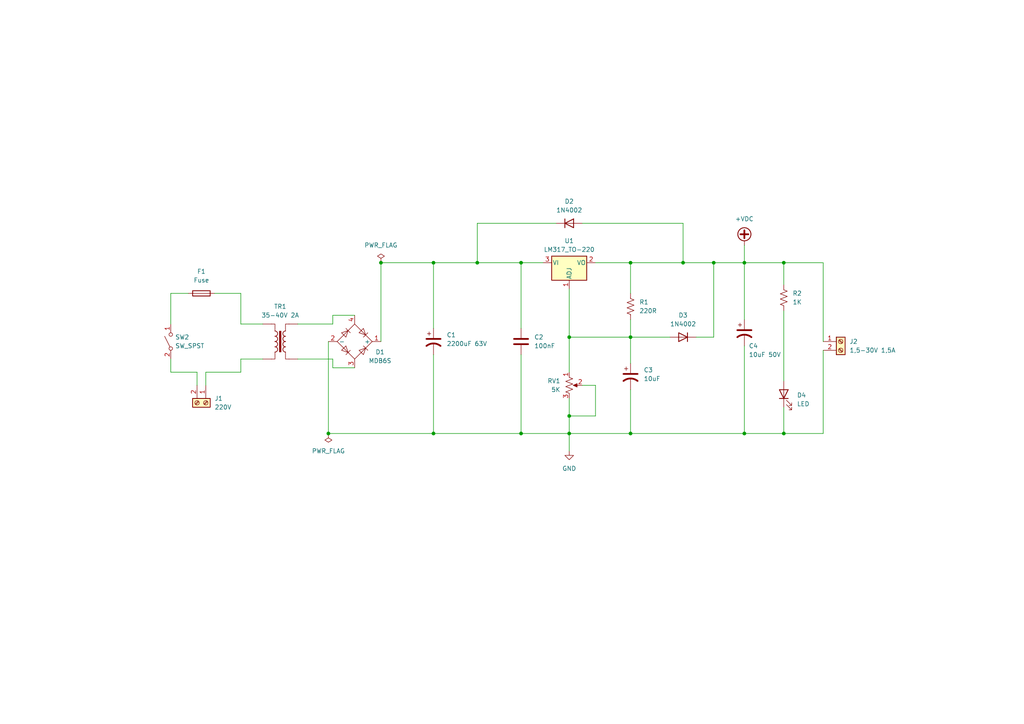
<source format=kicad_sch>
(kicad_sch
	(version 20250114)
	(generator "eeschema")
	(generator_version "9.0")
	(uuid "0fac3de2-c2de-4637-a4a4-e730429d6798")
	(paper "A4")
	(lib_symbols
		(symbol "Connector:Screw_Terminal_01x02"
			(pin_names
				(offset 1.016)
				(hide yes)
			)
			(exclude_from_sim no)
			(in_bom yes)
			(on_board yes)
			(property "Reference" "J"
				(at 0 2.54 0)
				(effects
					(font
						(size 1.27 1.27)
					)
				)
			)
			(property "Value" "Screw_Terminal_01x02"
				(at 0 -5.08 0)
				(effects
					(font
						(size 1.27 1.27)
					)
				)
			)
			(property "Footprint" ""
				(at 0 0 0)
				(effects
					(font
						(size 1.27 1.27)
					)
					(hide yes)
				)
			)
			(property "Datasheet" "~"
				(at 0 0 0)
				(effects
					(font
						(size 1.27 1.27)
					)
					(hide yes)
				)
			)
			(property "Description" "Generic screw terminal, single row, 01x02, script generated (kicad-library-utils/schlib/autogen/connector/)"
				(at 0 0 0)
				(effects
					(font
						(size 1.27 1.27)
					)
					(hide yes)
				)
			)
			(property "ki_keywords" "screw terminal"
				(at 0 0 0)
				(effects
					(font
						(size 1.27 1.27)
					)
					(hide yes)
				)
			)
			(property "ki_fp_filters" "TerminalBlock*:*"
				(at 0 0 0)
				(effects
					(font
						(size 1.27 1.27)
					)
					(hide yes)
				)
			)
			(symbol "Screw_Terminal_01x02_1_1"
				(rectangle
					(start -1.27 1.27)
					(end 1.27 -3.81)
					(stroke
						(width 0.254)
						(type default)
					)
					(fill
						(type background)
					)
				)
				(polyline
					(pts
						(xy -0.5334 0.3302) (xy 0.3302 -0.508)
					)
					(stroke
						(width 0.1524)
						(type default)
					)
					(fill
						(type none)
					)
				)
				(polyline
					(pts
						(xy -0.5334 -2.2098) (xy 0.3302 -3.048)
					)
					(stroke
						(width 0.1524)
						(type default)
					)
					(fill
						(type none)
					)
				)
				(polyline
					(pts
						(xy -0.3556 0.508) (xy 0.508 -0.3302)
					)
					(stroke
						(width 0.1524)
						(type default)
					)
					(fill
						(type none)
					)
				)
				(polyline
					(pts
						(xy -0.3556 -2.032) (xy 0.508 -2.8702)
					)
					(stroke
						(width 0.1524)
						(type default)
					)
					(fill
						(type none)
					)
				)
				(circle
					(center 0 0)
					(radius 0.635)
					(stroke
						(width 0.1524)
						(type default)
					)
					(fill
						(type none)
					)
				)
				(circle
					(center 0 -2.54)
					(radius 0.635)
					(stroke
						(width 0.1524)
						(type default)
					)
					(fill
						(type none)
					)
				)
				(pin passive line
					(at -5.08 0 0)
					(length 3.81)
					(name "Pin_1"
						(effects
							(font
								(size 1.27 1.27)
							)
						)
					)
					(number "1"
						(effects
							(font
								(size 1.27 1.27)
							)
						)
					)
				)
				(pin passive line
					(at -5.08 -2.54 0)
					(length 3.81)
					(name "Pin_2"
						(effects
							(font
								(size 1.27 1.27)
							)
						)
					)
					(number "2"
						(effects
							(font
								(size 1.27 1.27)
							)
						)
					)
				)
			)
			(embedded_fonts no)
		)
		(symbol "Device:C"
			(pin_numbers
				(hide yes)
			)
			(pin_names
				(offset 0.254)
			)
			(exclude_from_sim no)
			(in_bom yes)
			(on_board yes)
			(property "Reference" "C"
				(at 0.635 2.54 0)
				(effects
					(font
						(size 1.27 1.27)
					)
					(justify left)
				)
			)
			(property "Value" "C"
				(at 0.635 -2.54 0)
				(effects
					(font
						(size 1.27 1.27)
					)
					(justify left)
				)
			)
			(property "Footprint" ""
				(at 0.9652 -3.81 0)
				(effects
					(font
						(size 1.27 1.27)
					)
					(hide yes)
				)
			)
			(property "Datasheet" "~"
				(at 0 0 0)
				(effects
					(font
						(size 1.27 1.27)
					)
					(hide yes)
				)
			)
			(property "Description" "Unpolarized capacitor"
				(at 0 0 0)
				(effects
					(font
						(size 1.27 1.27)
					)
					(hide yes)
				)
			)
			(property "ki_keywords" "cap capacitor"
				(at 0 0 0)
				(effects
					(font
						(size 1.27 1.27)
					)
					(hide yes)
				)
			)
			(property "ki_fp_filters" "C_*"
				(at 0 0 0)
				(effects
					(font
						(size 1.27 1.27)
					)
					(hide yes)
				)
			)
			(symbol "C_0_1"
				(polyline
					(pts
						(xy -2.032 0.762) (xy 2.032 0.762)
					)
					(stroke
						(width 0.508)
						(type default)
					)
					(fill
						(type none)
					)
				)
				(polyline
					(pts
						(xy -2.032 -0.762) (xy 2.032 -0.762)
					)
					(stroke
						(width 0.508)
						(type default)
					)
					(fill
						(type none)
					)
				)
			)
			(symbol "C_1_1"
				(pin passive line
					(at 0 3.81 270)
					(length 2.794)
					(name "~"
						(effects
							(font
								(size 1.27 1.27)
							)
						)
					)
					(number "1"
						(effects
							(font
								(size 1.27 1.27)
							)
						)
					)
				)
				(pin passive line
					(at 0 -3.81 90)
					(length 2.794)
					(name "~"
						(effects
							(font
								(size 1.27 1.27)
							)
						)
					)
					(number "2"
						(effects
							(font
								(size 1.27 1.27)
							)
						)
					)
				)
			)
			(embedded_fonts no)
		)
		(symbol "Device:C_Polarized_US"
			(pin_numbers
				(hide yes)
			)
			(pin_names
				(offset 0.254)
				(hide yes)
			)
			(exclude_from_sim no)
			(in_bom yes)
			(on_board yes)
			(property "Reference" "C"
				(at 0.635 2.54 0)
				(effects
					(font
						(size 1.27 1.27)
					)
					(justify left)
				)
			)
			(property "Value" "C_Polarized_US"
				(at 0.635 -2.54 0)
				(effects
					(font
						(size 1.27 1.27)
					)
					(justify left)
				)
			)
			(property "Footprint" ""
				(at 0 0 0)
				(effects
					(font
						(size 1.27 1.27)
					)
					(hide yes)
				)
			)
			(property "Datasheet" "~"
				(at 0 0 0)
				(effects
					(font
						(size 1.27 1.27)
					)
					(hide yes)
				)
			)
			(property "Description" "Polarized capacitor, US symbol"
				(at 0 0 0)
				(effects
					(font
						(size 1.27 1.27)
					)
					(hide yes)
				)
			)
			(property "ki_keywords" "cap capacitor"
				(at 0 0 0)
				(effects
					(font
						(size 1.27 1.27)
					)
					(hide yes)
				)
			)
			(property "ki_fp_filters" "CP_*"
				(at 0 0 0)
				(effects
					(font
						(size 1.27 1.27)
					)
					(hide yes)
				)
			)
			(symbol "C_Polarized_US_0_1"
				(polyline
					(pts
						(xy -2.032 0.762) (xy 2.032 0.762)
					)
					(stroke
						(width 0.508)
						(type default)
					)
					(fill
						(type none)
					)
				)
				(polyline
					(pts
						(xy -1.778 2.286) (xy -0.762 2.286)
					)
					(stroke
						(width 0)
						(type default)
					)
					(fill
						(type none)
					)
				)
				(polyline
					(pts
						(xy -1.27 1.778) (xy -1.27 2.794)
					)
					(stroke
						(width 0)
						(type default)
					)
					(fill
						(type none)
					)
				)
				(arc
					(start -2.032 -1.27)
					(mid 0 -0.5572)
					(end 2.032 -1.27)
					(stroke
						(width 0.508)
						(type default)
					)
					(fill
						(type none)
					)
				)
			)
			(symbol "C_Polarized_US_1_1"
				(pin passive line
					(at 0 3.81 270)
					(length 2.794)
					(name "~"
						(effects
							(font
								(size 1.27 1.27)
							)
						)
					)
					(number "1"
						(effects
							(font
								(size 1.27 1.27)
							)
						)
					)
				)
				(pin passive line
					(at 0 -3.81 90)
					(length 3.302)
					(name "~"
						(effects
							(font
								(size 1.27 1.27)
							)
						)
					)
					(number "2"
						(effects
							(font
								(size 1.27 1.27)
							)
						)
					)
				)
			)
			(embedded_fonts no)
		)
		(symbol "Device:Fuse"
			(pin_numbers
				(hide yes)
			)
			(pin_names
				(offset 0)
			)
			(exclude_from_sim no)
			(in_bom yes)
			(on_board yes)
			(property "Reference" "F"
				(at 2.032 0 90)
				(effects
					(font
						(size 1.27 1.27)
					)
				)
			)
			(property "Value" "Fuse"
				(at -1.905 0 90)
				(effects
					(font
						(size 1.27 1.27)
					)
				)
			)
			(property "Footprint" ""
				(at -1.778 0 90)
				(effects
					(font
						(size 1.27 1.27)
					)
					(hide yes)
				)
			)
			(property "Datasheet" "~"
				(at 0 0 0)
				(effects
					(font
						(size 1.27 1.27)
					)
					(hide yes)
				)
			)
			(property "Description" "Fuse"
				(at 0 0 0)
				(effects
					(font
						(size 1.27 1.27)
					)
					(hide yes)
				)
			)
			(property "ki_keywords" "fuse"
				(at 0 0 0)
				(effects
					(font
						(size 1.27 1.27)
					)
					(hide yes)
				)
			)
			(property "ki_fp_filters" "*Fuse*"
				(at 0 0 0)
				(effects
					(font
						(size 1.27 1.27)
					)
					(hide yes)
				)
			)
			(symbol "Fuse_0_1"
				(rectangle
					(start -0.762 -2.54)
					(end 0.762 2.54)
					(stroke
						(width 0.254)
						(type default)
					)
					(fill
						(type none)
					)
				)
				(polyline
					(pts
						(xy 0 2.54) (xy 0 -2.54)
					)
					(stroke
						(width 0)
						(type default)
					)
					(fill
						(type none)
					)
				)
			)
			(symbol "Fuse_1_1"
				(pin passive line
					(at 0 3.81 270)
					(length 1.27)
					(name "~"
						(effects
							(font
								(size 1.27 1.27)
							)
						)
					)
					(number "1"
						(effects
							(font
								(size 1.27 1.27)
							)
						)
					)
				)
				(pin passive line
					(at 0 -3.81 90)
					(length 1.27)
					(name "~"
						(effects
							(font
								(size 1.27 1.27)
							)
						)
					)
					(number "2"
						(effects
							(font
								(size 1.27 1.27)
							)
						)
					)
				)
			)
			(embedded_fonts no)
		)
		(symbol "Device:LED"
			(pin_numbers
				(hide yes)
			)
			(pin_names
				(offset 1.016)
				(hide yes)
			)
			(exclude_from_sim no)
			(in_bom yes)
			(on_board yes)
			(property "Reference" "D"
				(at 0 2.54 0)
				(effects
					(font
						(size 1.27 1.27)
					)
				)
			)
			(property "Value" "LED"
				(at 0 -2.54 0)
				(effects
					(font
						(size 1.27 1.27)
					)
				)
			)
			(property "Footprint" ""
				(at 0 0 0)
				(effects
					(font
						(size 1.27 1.27)
					)
					(hide yes)
				)
			)
			(property "Datasheet" "~"
				(at 0 0 0)
				(effects
					(font
						(size 1.27 1.27)
					)
					(hide yes)
				)
			)
			(property "Description" "Light emitting diode"
				(at 0 0 0)
				(effects
					(font
						(size 1.27 1.27)
					)
					(hide yes)
				)
			)
			(property "Sim.Pins" "1=K 2=A"
				(at 0 0 0)
				(effects
					(font
						(size 1.27 1.27)
					)
					(hide yes)
				)
			)
			(property "ki_keywords" "LED diode"
				(at 0 0 0)
				(effects
					(font
						(size 1.27 1.27)
					)
					(hide yes)
				)
			)
			(property "ki_fp_filters" "LED* LED_SMD:* LED_THT:*"
				(at 0 0 0)
				(effects
					(font
						(size 1.27 1.27)
					)
					(hide yes)
				)
			)
			(symbol "LED_0_1"
				(polyline
					(pts
						(xy -3.048 -0.762) (xy -4.572 -2.286) (xy -3.81 -2.286) (xy -4.572 -2.286) (xy -4.572 -1.524)
					)
					(stroke
						(width 0)
						(type default)
					)
					(fill
						(type none)
					)
				)
				(polyline
					(pts
						(xy -1.778 -0.762) (xy -3.302 -2.286) (xy -2.54 -2.286) (xy -3.302 -2.286) (xy -3.302 -1.524)
					)
					(stroke
						(width 0)
						(type default)
					)
					(fill
						(type none)
					)
				)
				(polyline
					(pts
						(xy -1.27 0) (xy 1.27 0)
					)
					(stroke
						(width 0)
						(type default)
					)
					(fill
						(type none)
					)
				)
				(polyline
					(pts
						(xy -1.27 -1.27) (xy -1.27 1.27)
					)
					(stroke
						(width 0.254)
						(type default)
					)
					(fill
						(type none)
					)
				)
				(polyline
					(pts
						(xy 1.27 -1.27) (xy 1.27 1.27) (xy -1.27 0) (xy 1.27 -1.27)
					)
					(stroke
						(width 0.254)
						(type default)
					)
					(fill
						(type none)
					)
				)
			)
			(symbol "LED_1_1"
				(pin passive line
					(at -3.81 0 0)
					(length 2.54)
					(name "K"
						(effects
							(font
								(size 1.27 1.27)
							)
						)
					)
					(number "1"
						(effects
							(font
								(size 1.27 1.27)
							)
						)
					)
				)
				(pin passive line
					(at 3.81 0 180)
					(length 2.54)
					(name "A"
						(effects
							(font
								(size 1.27 1.27)
							)
						)
					)
					(number "2"
						(effects
							(font
								(size 1.27 1.27)
							)
						)
					)
				)
			)
			(embedded_fonts no)
		)
		(symbol "Device:R_Potentiometer_US"
			(pin_names
				(offset 1.016)
				(hide yes)
			)
			(exclude_from_sim no)
			(in_bom yes)
			(on_board yes)
			(property "Reference" "RV"
				(at -4.445 0 90)
				(effects
					(font
						(size 1.27 1.27)
					)
				)
			)
			(property "Value" "R_Potentiometer_US"
				(at -2.54 0 90)
				(effects
					(font
						(size 1.27 1.27)
					)
				)
			)
			(property "Footprint" ""
				(at 0 0 0)
				(effects
					(font
						(size 1.27 1.27)
					)
					(hide yes)
				)
			)
			(property "Datasheet" "~"
				(at 0 0 0)
				(effects
					(font
						(size 1.27 1.27)
					)
					(hide yes)
				)
			)
			(property "Description" "Potentiometer, US symbol"
				(at 0 0 0)
				(effects
					(font
						(size 1.27 1.27)
					)
					(hide yes)
				)
			)
			(property "ki_keywords" "resistor variable"
				(at 0 0 0)
				(effects
					(font
						(size 1.27 1.27)
					)
					(hide yes)
				)
			)
			(property "ki_fp_filters" "Potentiometer*"
				(at 0 0 0)
				(effects
					(font
						(size 1.27 1.27)
					)
					(hide yes)
				)
			)
			(symbol "R_Potentiometer_US_0_1"
				(polyline
					(pts
						(xy 0 2.54) (xy 0 2.286)
					)
					(stroke
						(width 0)
						(type default)
					)
					(fill
						(type none)
					)
				)
				(polyline
					(pts
						(xy 0 2.286) (xy 1.016 1.905) (xy 0 1.524) (xy -1.016 1.143) (xy 0 0.762)
					)
					(stroke
						(width 0)
						(type default)
					)
					(fill
						(type none)
					)
				)
				(polyline
					(pts
						(xy 0 0.762) (xy 1.016 0.381) (xy 0 0) (xy -1.016 -0.381) (xy 0 -0.762)
					)
					(stroke
						(width 0)
						(type default)
					)
					(fill
						(type none)
					)
				)
				(polyline
					(pts
						(xy 0 -0.762) (xy 1.016 -1.143) (xy 0 -1.524) (xy -1.016 -1.905) (xy 0 -2.286)
					)
					(stroke
						(width 0)
						(type default)
					)
					(fill
						(type none)
					)
				)
				(polyline
					(pts
						(xy 0 -2.286) (xy 0 -2.54)
					)
					(stroke
						(width 0)
						(type default)
					)
					(fill
						(type none)
					)
				)
				(polyline
					(pts
						(xy 1.143 0) (xy 2.286 0.508) (xy 2.286 -0.508) (xy 1.143 0)
					)
					(stroke
						(width 0)
						(type default)
					)
					(fill
						(type outline)
					)
				)
				(polyline
					(pts
						(xy 2.54 0) (xy 1.524 0)
					)
					(stroke
						(width 0)
						(type default)
					)
					(fill
						(type none)
					)
				)
			)
			(symbol "R_Potentiometer_US_1_1"
				(pin passive line
					(at 0 3.81 270)
					(length 1.27)
					(name "1"
						(effects
							(font
								(size 1.27 1.27)
							)
						)
					)
					(number "1"
						(effects
							(font
								(size 1.27 1.27)
							)
						)
					)
				)
				(pin passive line
					(at 0 -3.81 90)
					(length 1.27)
					(name "3"
						(effects
							(font
								(size 1.27 1.27)
							)
						)
					)
					(number "3"
						(effects
							(font
								(size 1.27 1.27)
							)
						)
					)
				)
				(pin passive line
					(at 3.81 0 180)
					(length 1.27)
					(name "2"
						(effects
							(font
								(size 1.27 1.27)
							)
						)
					)
					(number "2"
						(effects
							(font
								(size 1.27 1.27)
							)
						)
					)
				)
			)
			(embedded_fonts no)
		)
		(symbol "Device:R_US"
			(pin_numbers
				(hide yes)
			)
			(pin_names
				(offset 0)
			)
			(exclude_from_sim no)
			(in_bom yes)
			(on_board yes)
			(property "Reference" "R"
				(at 2.54 0 90)
				(effects
					(font
						(size 1.27 1.27)
					)
				)
			)
			(property "Value" "R_US"
				(at -2.54 0 90)
				(effects
					(font
						(size 1.27 1.27)
					)
				)
			)
			(property "Footprint" ""
				(at 1.016 -0.254 90)
				(effects
					(font
						(size 1.27 1.27)
					)
					(hide yes)
				)
			)
			(property "Datasheet" "~"
				(at 0 0 0)
				(effects
					(font
						(size 1.27 1.27)
					)
					(hide yes)
				)
			)
			(property "Description" "Resistor, US symbol"
				(at 0 0 0)
				(effects
					(font
						(size 1.27 1.27)
					)
					(hide yes)
				)
			)
			(property "ki_keywords" "R res resistor"
				(at 0 0 0)
				(effects
					(font
						(size 1.27 1.27)
					)
					(hide yes)
				)
			)
			(property "ki_fp_filters" "R_*"
				(at 0 0 0)
				(effects
					(font
						(size 1.27 1.27)
					)
					(hide yes)
				)
			)
			(symbol "R_US_0_1"
				(polyline
					(pts
						(xy 0 2.286) (xy 0 2.54)
					)
					(stroke
						(width 0)
						(type default)
					)
					(fill
						(type none)
					)
				)
				(polyline
					(pts
						(xy 0 2.286) (xy 1.016 1.905) (xy 0 1.524) (xy -1.016 1.143) (xy 0 0.762)
					)
					(stroke
						(width 0)
						(type default)
					)
					(fill
						(type none)
					)
				)
				(polyline
					(pts
						(xy 0 0.762) (xy 1.016 0.381) (xy 0 0) (xy -1.016 -0.381) (xy 0 -0.762)
					)
					(stroke
						(width 0)
						(type default)
					)
					(fill
						(type none)
					)
				)
				(polyline
					(pts
						(xy 0 -0.762) (xy 1.016 -1.143) (xy 0 -1.524) (xy -1.016 -1.905) (xy 0 -2.286)
					)
					(stroke
						(width 0)
						(type default)
					)
					(fill
						(type none)
					)
				)
				(polyline
					(pts
						(xy 0 -2.286) (xy 0 -2.54)
					)
					(stroke
						(width 0)
						(type default)
					)
					(fill
						(type none)
					)
				)
			)
			(symbol "R_US_1_1"
				(pin passive line
					(at 0 3.81 270)
					(length 1.27)
					(name "~"
						(effects
							(font
								(size 1.27 1.27)
							)
						)
					)
					(number "1"
						(effects
							(font
								(size 1.27 1.27)
							)
						)
					)
				)
				(pin passive line
					(at 0 -3.81 90)
					(length 1.27)
					(name "~"
						(effects
							(font
								(size 1.27 1.27)
							)
						)
					)
					(number "2"
						(effects
							(font
								(size 1.27 1.27)
							)
						)
					)
				)
			)
			(embedded_fonts no)
		)
		(symbol "Diode:1N4002"
			(pin_numbers
				(hide yes)
			)
			(pin_names
				(hide yes)
			)
			(exclude_from_sim no)
			(in_bom yes)
			(on_board yes)
			(property "Reference" "D"
				(at 0 2.54 0)
				(effects
					(font
						(size 1.27 1.27)
					)
				)
			)
			(property "Value" "1N4002"
				(at 0 -2.54 0)
				(effects
					(font
						(size 1.27 1.27)
					)
				)
			)
			(property "Footprint" "Diode_THT:D_DO-41_SOD81_P10.16mm_Horizontal"
				(at 0 -4.445 0)
				(effects
					(font
						(size 1.27 1.27)
					)
					(hide yes)
				)
			)
			(property "Datasheet" "http://www.vishay.com/docs/88503/1n4001.pdf"
				(at 0 0 0)
				(effects
					(font
						(size 1.27 1.27)
					)
					(hide yes)
				)
			)
			(property "Description" "100V 1A General Purpose Rectifier Diode, DO-41"
				(at 0 0 0)
				(effects
					(font
						(size 1.27 1.27)
					)
					(hide yes)
				)
			)
			(property "Sim.Device" "D"
				(at 0 0 0)
				(effects
					(font
						(size 1.27 1.27)
					)
					(hide yes)
				)
			)
			(property "Sim.Pins" "1=K 2=A"
				(at 0 0 0)
				(effects
					(font
						(size 1.27 1.27)
					)
					(hide yes)
				)
			)
			(property "ki_keywords" "diode"
				(at 0 0 0)
				(effects
					(font
						(size 1.27 1.27)
					)
					(hide yes)
				)
			)
			(property "ki_fp_filters" "D*DO?41*"
				(at 0 0 0)
				(effects
					(font
						(size 1.27 1.27)
					)
					(hide yes)
				)
			)
			(symbol "1N4002_0_1"
				(polyline
					(pts
						(xy -1.27 1.27) (xy -1.27 -1.27)
					)
					(stroke
						(width 0.254)
						(type default)
					)
					(fill
						(type none)
					)
				)
				(polyline
					(pts
						(xy 1.27 1.27) (xy 1.27 -1.27) (xy -1.27 0) (xy 1.27 1.27)
					)
					(stroke
						(width 0.254)
						(type default)
					)
					(fill
						(type none)
					)
				)
				(polyline
					(pts
						(xy 1.27 0) (xy -1.27 0)
					)
					(stroke
						(width 0)
						(type default)
					)
					(fill
						(type none)
					)
				)
			)
			(symbol "1N4002_1_1"
				(pin passive line
					(at -3.81 0 0)
					(length 2.54)
					(name "K"
						(effects
							(font
								(size 1.27 1.27)
							)
						)
					)
					(number "1"
						(effects
							(font
								(size 1.27 1.27)
							)
						)
					)
				)
				(pin passive line
					(at 3.81 0 180)
					(length 2.54)
					(name "A"
						(effects
							(font
								(size 1.27 1.27)
							)
						)
					)
					(number "2"
						(effects
							(font
								(size 1.27 1.27)
							)
						)
					)
				)
			)
			(embedded_fonts no)
		)
		(symbol "Diode_Bridge:MDB6S"
			(exclude_from_sim no)
			(in_bom yes)
			(on_board yes)
			(property "Reference" "D"
				(at 3.81 6.35 0)
				(effects
					(font
						(size 1.27 1.27)
					)
				)
			)
			(property "Value" "MDB6S"
				(at 6.35 3.81 0)
				(effects
					(font
						(size 1.27 1.27)
					)
				)
			)
			(property "Footprint" "Package_SO:TSSOP-4_4.4x5mm_P4mm"
				(at 0 0 0)
				(effects
					(font
						(size 1.27 1.27)
					)
					(hide yes)
				)
			)
			(property "Datasheet" "https://www.onsemi.com/pub/Collateral/MDB8S-D.PDF"
				(at 0 0 0)
				(effects
					(font
						(size 1.27 1.27)
					)
					(hide yes)
				)
			)
			(property "Description" "Single-Phase Bridge Rectifier, 420V Vrms, 1A If, TSSOP-4"
				(at 0 0 0)
				(effects
					(font
						(size 1.27 1.27)
					)
					(hide yes)
				)
			)
			(property "ki_keywords" "bridge diode rectifier ac dc acdc ac-dc"
				(at 0 0 0)
				(effects
					(font
						(size 1.27 1.27)
					)
					(hide yes)
				)
			)
			(property "ki_fp_filters" "TSSOP*4.4x5mm*P4mm*"
				(at 0 0 0)
				(effects
					(font
						(size 1.27 1.27)
					)
					(hide yes)
				)
			)
			(symbol "MDB6S_1_1"
				(polyline
					(pts
						(xy -5.08 0) (xy 0 -5.08) (xy 5.08 0) (xy 0 5.08) (xy -5.08 0)
					)
					(stroke
						(width 0)
						(type default)
					)
					(fill
						(type none)
					)
				)
				(polyline
					(pts
						(xy -3.81 2.54) (xy -2.54 1.27) (xy -1.905 3.175) (xy -3.81 2.54)
					)
					(stroke
						(width 0)
						(type default)
					)
					(fill
						(type none)
					)
				)
				(polyline
					(pts
						(xy -2.54 3.81) (xy -1.27 2.54)
					)
					(stroke
						(width 0)
						(type default)
					)
					(fill
						(type none)
					)
				)
				(polyline
					(pts
						(xy -2.54 -1.27) (xy -3.81 -2.54) (xy -1.905 -3.175) (xy -2.54 -1.27)
					)
					(stroke
						(width 0)
						(type default)
					)
					(fill
						(type none)
					)
				)
				(polyline
					(pts
						(xy -1.27 -2.54) (xy -2.54 -3.81)
					)
					(stroke
						(width 0)
						(type default)
					)
					(fill
						(type none)
					)
				)
				(polyline
					(pts
						(xy 1.27 2.54) (xy 2.54 3.81) (xy 3.175 1.905) (xy 1.27 2.54)
					)
					(stroke
						(width 0)
						(type default)
					)
					(fill
						(type none)
					)
				)
				(polyline
					(pts
						(xy 2.54 1.27) (xy 3.81 2.54)
					)
					(stroke
						(width 0)
						(type default)
					)
					(fill
						(type none)
					)
				)
				(polyline
					(pts
						(xy 2.54 -1.27) (xy 3.81 -2.54)
					)
					(stroke
						(width 0)
						(type default)
					)
					(fill
						(type none)
					)
				)
				(polyline
					(pts
						(xy 3.175 -1.905) (xy 1.27 -2.54) (xy 2.54 -3.81) (xy 3.175 -1.905)
					)
					(stroke
						(width 0)
						(type default)
					)
					(fill
						(type none)
					)
				)
				(pin passive line
					(at -7.62 0 0)
					(length 2.54)
					(name "-"
						(effects
							(font
								(size 1.27 1.27)
							)
						)
					)
					(number "2"
						(effects
							(font
								(size 1.27 1.27)
							)
						)
					)
				)
				(pin passive line
					(at 0 7.62 270)
					(length 2.54)
					(name "~"
						(effects
							(font
								(size 1.27 1.27)
							)
						)
					)
					(number "4"
						(effects
							(font
								(size 1.27 1.27)
							)
						)
					)
				)
				(pin passive line
					(at 0 -7.62 90)
					(length 2.54)
					(name "~"
						(effects
							(font
								(size 1.27 1.27)
							)
						)
					)
					(number "3"
						(effects
							(font
								(size 1.27 1.27)
							)
						)
					)
				)
				(pin passive line
					(at 7.62 0 180)
					(length 2.54)
					(name "+"
						(effects
							(font
								(size 1.27 1.27)
							)
						)
					)
					(number "1"
						(effects
							(font
								(size 1.27 1.27)
							)
						)
					)
				)
			)
			(embedded_fonts no)
		)
		(symbol "Regulator_Linear:LM317_TO-220"
			(pin_names
				(offset 0.254)
			)
			(exclude_from_sim no)
			(in_bom yes)
			(on_board yes)
			(property "Reference" "U"
				(at -3.81 3.175 0)
				(effects
					(font
						(size 1.27 1.27)
					)
				)
			)
			(property "Value" "LM317_TO-220"
				(at 0 3.175 0)
				(effects
					(font
						(size 1.27 1.27)
					)
					(justify left)
				)
			)
			(property "Footprint" "Package_TO_SOT_THT:TO-220-3_Vertical"
				(at 0 6.35 0)
				(effects
					(font
						(size 1.27 1.27)
						(italic yes)
					)
					(hide yes)
				)
			)
			(property "Datasheet" "http://www.ti.com/lit/ds/symlink/lm317.pdf"
				(at 0 0 0)
				(effects
					(font
						(size 1.27 1.27)
					)
					(hide yes)
				)
			)
			(property "Description" "1.5A 35V Adjustable Linear Regulator, TO-220"
				(at 0 0 0)
				(effects
					(font
						(size 1.27 1.27)
					)
					(hide yes)
				)
			)
			(property "ki_keywords" "Adjustable Voltage Regulator 1A Positive"
				(at 0 0 0)
				(effects
					(font
						(size 1.27 1.27)
					)
					(hide yes)
				)
			)
			(property "ki_fp_filters" "TO?220*"
				(at 0 0 0)
				(effects
					(font
						(size 1.27 1.27)
					)
					(hide yes)
				)
			)
			(symbol "LM317_TO-220_0_1"
				(rectangle
					(start -5.08 1.905)
					(end 5.08 -5.08)
					(stroke
						(width 0.254)
						(type default)
					)
					(fill
						(type background)
					)
				)
			)
			(symbol "LM317_TO-220_1_1"
				(pin power_in line
					(at -7.62 0 0)
					(length 2.54)
					(name "VI"
						(effects
							(font
								(size 1.27 1.27)
							)
						)
					)
					(number "3"
						(effects
							(font
								(size 1.27 1.27)
							)
						)
					)
				)
				(pin input line
					(at 0 -7.62 90)
					(length 2.54)
					(name "ADJ"
						(effects
							(font
								(size 1.27 1.27)
							)
						)
					)
					(number "1"
						(effects
							(font
								(size 1.27 1.27)
							)
						)
					)
				)
				(pin power_out line
					(at 7.62 0 180)
					(length 2.54)
					(name "VO"
						(effects
							(font
								(size 1.27 1.27)
							)
						)
					)
					(number "2"
						(effects
							(font
								(size 1.27 1.27)
							)
						)
					)
				)
			)
			(embedded_fonts no)
		)
		(symbol "Switch:SW_SPST"
			(pin_names
				(offset 0)
				(hide yes)
			)
			(exclude_from_sim no)
			(in_bom yes)
			(on_board yes)
			(property "Reference" "SW2"
				(at 1.2701 -1.27 90)
				(effects
					(font
						(size 1.27 1.27)
					)
					(justify right)
				)
			)
			(property "Value" "SW_SPST"
				(at -1.2699 -1.27 90)
				(effects
					(font
						(size 1.27 1.27)
					)
					(justify right)
				)
			)
			(property "Footprint" "Button_Switch_THT:SW_E-Switch_EG1224_SPDT_Angled"
				(at 0 0 0)
				(effects
					(font
						(size 1.27 1.27)
					)
					(hide yes)
				)
			)
			(property "Datasheet" "~"
				(at 0 0 0)
				(effects
					(font
						(size 1.27 1.27)
					)
					(hide yes)
				)
			)
			(property "Description" "Single Pole Single Throw (SPST) switch"
				(at 0 0 0)
				(effects
					(font
						(size 1.27 1.27)
					)
					(hide yes)
				)
			)
			(property "ki_keywords" "switch lever"
				(at 0 0 0)
				(effects
					(font
						(size 1.27 1.27)
					)
					(hide yes)
				)
			)
			(symbol "SW_SPST_0_0"
				(circle
					(center -2.032 0)
					(radius 0.508)
					(stroke
						(width 0)
						(type default)
					)
					(fill
						(type none)
					)
				)
				(polyline
					(pts
						(xy -1.524 0.254) (xy 1.524 1.778)
					)
					(stroke
						(width 0)
						(type default)
					)
					(fill
						(type none)
					)
				)
				(circle
					(center 2.032 0)
					(radius 0.508)
					(stroke
						(width 0)
						(type default)
					)
					(fill
						(type none)
					)
				)
			)
			(symbol "SW_SPST_1_1"
				(pin passive line
					(at -5.08 0 0)
					(length 2.54)
					(name "A"
						(effects
							(font
								(size 1.27 1.27)
							)
						)
					)
					(number "2"
						(effects
							(font
								(size 1.27 1.27)
							)
						)
					)
				)
				(pin passive line
					(at 5.08 0 180)
					(length 2.54)
					(name "B"
						(effects
							(font
								(size 1.27 1.27)
							)
						)
					)
					(number "1"
						(effects
							(font
								(size 1.27 1.27)
							)
						)
					)
				)
			)
			(embedded_fonts no)
		)
		(symbol "Transformer:TRANSF1"
			(pin_numbers
				(hide yes)
			)
			(pin_names
				(offset 0)
			)
			(exclude_from_sim no)
			(in_bom yes)
			(on_board yes)
			(property "Reference" "TR"
				(at 0 6.35 0)
				(effects
					(font
						(size 1.27 1.27)
					)
				)
			)
			(property "Value" "TRANSF1"
				(at 0 -6.35 0)
				(effects
					(font
						(size 1.27 1.27)
					)
				)
			)
			(property "Footprint" ""
				(at 0 0 0)
				(effects
					(font
						(size 1.27 1.27)
					)
					(hide yes)
				)
			)
			(property "Datasheet" ""
				(at 0 0 0)
				(effects
					(font
						(size 1.27 1.27)
					)
					(hide yes)
				)
			)
			(property "Description" ""
				(at 0 0 0)
				(effects
					(font
						(size 1.27 1.27)
					)
					(hide yes)
				)
			)
			(symbol "TRANSF1_0_1"
				(polyline
					(pts
						(xy -2.54 5.08) (xy -1.524 5.08) (xy -1.524 3.048)
					)
					(stroke
						(width 0.1524)
						(type default)
					)
					(fill
						(type none)
					)
				)
				(arc
					(start -1.524 3.048)
					(mid -0.7653 2.286)
					(end -1.524 1.524)
					(stroke
						(width 0.2032)
						(type default)
					)
					(fill
						(type none)
					)
				)
				(arc
					(start -1.524 1.524)
					(mid -0.7653 0.762)
					(end -1.524 0)
					(stroke
						(width 0.2032)
						(type default)
					)
					(fill
						(type none)
					)
				)
				(arc
					(start -1.524 0)
					(mid -0.7653 -0.762)
					(end -1.524 -1.524)
					(stroke
						(width 0.2032)
						(type default)
					)
					(fill
						(type none)
					)
				)
				(arc
					(start -1.524 -1.524)
					(mid -0.7653 -2.286)
					(end -1.524 -3.048)
					(stroke
						(width 0.2032)
						(type default)
					)
					(fill
						(type none)
					)
				)
				(polyline
					(pts
						(xy -1.524 -3.048) (xy -1.524 -5.08) (xy -2.54 -5.08)
					)
					(stroke
						(width 0.1524)
						(type default)
					)
					(fill
						(type none)
					)
				)
				(rectangle
					(start -0.254 3.048)
					(end 0.254 -3.048)
					(stroke
						(width 0.0254)
						(type default)
					)
					(fill
						(type outline)
					)
				)
				(polyline
					(pts
						(xy 1.524 3.048) (xy 1.524 5.08) (xy 2.54 5.08)
					)
					(stroke
						(width 0.1524)
						(type default)
					)
					(fill
						(type none)
					)
				)
				(arc
					(start 1.524 1.524)
					(mid 0.7653 2.286)
					(end 1.524 3.048)
					(stroke
						(width 0.2032)
						(type default)
					)
					(fill
						(type none)
					)
				)
				(arc
					(start 1.524 0)
					(mid 0.7653 0.762)
					(end 1.524 1.524)
					(stroke
						(width 0.2032)
						(type default)
					)
					(fill
						(type none)
					)
				)
				(arc
					(start 1.524 -1.524)
					(mid 0.7653 -0.762)
					(end 1.524 0)
					(stroke
						(width 0.2032)
						(type default)
					)
					(fill
						(type none)
					)
				)
				(arc
					(start 1.524 -3.048)
					(mid 0.7653 -2.286)
					(end 1.524 -1.524)
					(stroke
						(width 0.2032)
						(type default)
					)
					(fill
						(type none)
					)
				)
				(polyline
					(pts
						(xy 2.54 -5.08) (xy 1.524 -5.08) (xy 1.524 -3.048)
					)
					(stroke
						(width 0.1524)
						(type default)
					)
					(fill
						(type none)
					)
				)
			)
			(symbol "TRANSF1_1_1"
				(pin passive line
					(at -5.08 5.08 0)
					(length 2.54)
					(name "~"
						(effects
							(font
								(size 1.27 1.27)
							)
						)
					)
					(number "1"
						(effects
							(font
								(size 1.27 1.27)
							)
						)
					)
				)
				(pin passive line
					(at -5.08 -5.08 0)
					(length 2.54)
					(name "~"
						(effects
							(font
								(size 1.27 1.27)
							)
						)
					)
					(number "2"
						(effects
							(font
								(size 1.27 1.27)
							)
						)
					)
				)
				(pin passive line
					(at 5.08 5.08 180)
					(length 2.54)
					(name "~"
						(effects
							(font
								(size 1.27 1.27)
							)
						)
					)
					(number "4"
						(effects
							(font
								(size 1.27 1.27)
							)
						)
					)
				)
				(pin passive line
					(at 5.08 -5.08 180)
					(length 2.54)
					(name "~"
						(effects
							(font
								(size 1.27 1.27)
							)
						)
					)
					(number "3"
						(effects
							(font
								(size 1.27 1.27)
							)
						)
					)
				)
			)
			(embedded_fonts no)
		)
		(symbol "power:+VDC"
			(power)
			(pin_numbers
				(hide yes)
			)
			(pin_names
				(offset 0)
				(hide yes)
			)
			(exclude_from_sim no)
			(in_bom yes)
			(on_board yes)
			(property "Reference" "#PWR"
				(at 0 -2.54 0)
				(effects
					(font
						(size 1.27 1.27)
					)
					(hide yes)
				)
			)
			(property "Value" "+VDC"
				(at 0 6.35 0)
				(effects
					(font
						(size 1.27 1.27)
					)
				)
			)
			(property "Footprint" ""
				(at 0 0 0)
				(effects
					(font
						(size 1.27 1.27)
					)
					(hide yes)
				)
			)
			(property "Datasheet" ""
				(at 0 0 0)
				(effects
					(font
						(size 1.27 1.27)
					)
					(hide yes)
				)
			)
			(property "Description" "Power symbol creates a global label with name \"+VDC\""
				(at 0 0 0)
				(effects
					(font
						(size 1.27 1.27)
					)
					(hide yes)
				)
			)
			(property "ki_keywords" "global power"
				(at 0 0 0)
				(effects
					(font
						(size 1.27 1.27)
					)
					(hide yes)
				)
			)
			(symbol "+VDC_0_1"
				(polyline
					(pts
						(xy -1.143 3.175) (xy 1.143 3.175)
					)
					(stroke
						(width 0.508)
						(type default)
					)
					(fill
						(type none)
					)
				)
				(circle
					(center 0 3.175)
					(radius 1.905)
					(stroke
						(width 0.254)
						(type default)
					)
					(fill
						(type none)
					)
				)
				(polyline
					(pts
						(xy 0 2.032) (xy 0 4.318)
					)
					(stroke
						(width 0.508)
						(type default)
					)
					(fill
						(type none)
					)
				)
				(polyline
					(pts
						(xy 0 0) (xy 0 1.27)
					)
					(stroke
						(width 0)
						(type default)
					)
					(fill
						(type none)
					)
				)
			)
			(symbol "+VDC_1_1"
				(pin power_in line
					(at 0 0 90)
					(length 0)
					(name "~"
						(effects
							(font
								(size 1.27 1.27)
							)
						)
					)
					(number "1"
						(effects
							(font
								(size 1.27 1.27)
							)
						)
					)
				)
			)
			(embedded_fonts no)
		)
		(symbol "power:GND"
			(power)
			(pin_numbers
				(hide yes)
			)
			(pin_names
				(offset 0)
				(hide yes)
			)
			(exclude_from_sim no)
			(in_bom yes)
			(on_board yes)
			(property "Reference" "#PWR"
				(at 0 -6.35 0)
				(effects
					(font
						(size 1.27 1.27)
					)
					(hide yes)
				)
			)
			(property "Value" "GND"
				(at 0 -3.81 0)
				(effects
					(font
						(size 1.27 1.27)
					)
				)
			)
			(property "Footprint" ""
				(at 0 0 0)
				(effects
					(font
						(size 1.27 1.27)
					)
					(hide yes)
				)
			)
			(property "Datasheet" ""
				(at 0 0 0)
				(effects
					(font
						(size 1.27 1.27)
					)
					(hide yes)
				)
			)
			(property "Description" "Power symbol creates a global label with name \"GND\" , ground"
				(at 0 0 0)
				(effects
					(font
						(size 1.27 1.27)
					)
					(hide yes)
				)
			)
			(property "ki_keywords" "global power"
				(at 0 0 0)
				(effects
					(font
						(size 1.27 1.27)
					)
					(hide yes)
				)
			)
			(symbol "GND_0_1"
				(polyline
					(pts
						(xy 0 0) (xy 0 -1.27) (xy 1.27 -1.27) (xy 0 -2.54) (xy -1.27 -1.27) (xy 0 -1.27)
					)
					(stroke
						(width 0)
						(type default)
					)
					(fill
						(type none)
					)
				)
			)
			(symbol "GND_1_1"
				(pin power_in line
					(at 0 0 270)
					(length 0)
					(name "~"
						(effects
							(font
								(size 1.27 1.27)
							)
						)
					)
					(number "1"
						(effects
							(font
								(size 1.27 1.27)
							)
						)
					)
				)
			)
			(embedded_fonts no)
		)
		(symbol "power:PWR_FLAG"
			(power)
			(pin_numbers
				(hide yes)
			)
			(pin_names
				(offset 0)
				(hide yes)
			)
			(exclude_from_sim no)
			(in_bom yes)
			(on_board yes)
			(property "Reference" "#FLG"
				(at 0 1.905 0)
				(effects
					(font
						(size 1.27 1.27)
					)
					(hide yes)
				)
			)
			(property "Value" "PWR_FLAG"
				(at 0 3.81 0)
				(effects
					(font
						(size 1.27 1.27)
					)
				)
			)
			(property "Footprint" ""
				(at 0 0 0)
				(effects
					(font
						(size 1.27 1.27)
					)
					(hide yes)
				)
			)
			(property "Datasheet" "~"
				(at 0 0 0)
				(effects
					(font
						(size 1.27 1.27)
					)
					(hide yes)
				)
			)
			(property "Description" "Special symbol for telling ERC where power comes from"
				(at 0 0 0)
				(effects
					(font
						(size 1.27 1.27)
					)
					(hide yes)
				)
			)
			(property "ki_keywords" "flag power"
				(at 0 0 0)
				(effects
					(font
						(size 1.27 1.27)
					)
					(hide yes)
				)
			)
			(symbol "PWR_FLAG_0_0"
				(pin power_out line
					(at 0 0 90)
					(length 0)
					(name "~"
						(effects
							(font
								(size 1.27 1.27)
							)
						)
					)
					(number "1"
						(effects
							(font
								(size 1.27 1.27)
							)
						)
					)
				)
			)
			(symbol "PWR_FLAG_0_1"
				(polyline
					(pts
						(xy 0 0) (xy 0 1.27) (xy -1.016 1.905) (xy 0 2.54) (xy 1.016 1.905) (xy 0 1.27)
					)
					(stroke
						(width 0)
						(type default)
					)
					(fill
						(type none)
					)
				)
			)
			(embedded_fonts no)
		)
	)
	(junction
		(at 125.73 76.2)
		(diameter 0)
		(color 0 0 0 0)
		(uuid "18e183fc-54c8-4417-88a1-27d16d823446")
	)
	(junction
		(at 182.88 125.73)
		(diameter 0)
		(color 0 0 0 0)
		(uuid "254eaa1b-e056-4a37-b856-d1304a0c0963")
	)
	(junction
		(at 95.25 125.73)
		(diameter 0)
		(color 0 0 0 0)
		(uuid "39aa11ca-b966-4c3a-90f2-b80cbb1e0ed8")
	)
	(junction
		(at 110.49 76.2)
		(diameter 0)
		(color 0 0 0 0)
		(uuid "3d7c8891-c1c9-4fd2-8f9b-f9b48fdde936")
	)
	(junction
		(at 227.33 76.2)
		(diameter 0)
		(color 0 0 0 0)
		(uuid "45240ee6-097f-4bc5-8f08-0e1f31a27a15")
	)
	(junction
		(at 207.01 76.2)
		(diameter 0)
		(color 0 0 0 0)
		(uuid "475bc78e-0d13-41b7-9db0-e2ea8ae33151")
	)
	(junction
		(at 138.43 76.2)
		(diameter 0)
		(color 0 0 0 0)
		(uuid "55522c20-ac7b-4c60-99da-6be7ddffb8f3")
	)
	(junction
		(at 165.1 120.65)
		(diameter 0)
		(color 0 0 0 0)
		(uuid "57579885-b0c6-4693-a8e8-5b4539e49148")
	)
	(junction
		(at 151.13 76.2)
		(diameter 0)
		(color 0 0 0 0)
		(uuid "6713470b-8aa5-4313-9d68-b1bfb45ec058")
	)
	(junction
		(at 165.1 125.73)
		(diameter 0)
		(color 0 0 0 0)
		(uuid "68368d0b-a5d3-4300-b876-3129e1b61237")
	)
	(junction
		(at 182.88 76.2)
		(diameter 0)
		(color 0 0 0 0)
		(uuid "6a52eb7f-3120-4982-91a3-b133b1966645")
	)
	(junction
		(at 227.33 125.73)
		(diameter 0)
		(color 0 0 0 0)
		(uuid "91215bb5-1523-4d37-9216-907250f2a6e8")
	)
	(junction
		(at 125.73 125.73)
		(diameter 0)
		(color 0 0 0 0)
		(uuid "92158386-05f4-4453-ae22-ba230f0d4235")
	)
	(junction
		(at 182.88 97.79)
		(diameter 0)
		(color 0 0 0 0)
		(uuid "98f9d336-4f41-4088-9d2f-736fb720a181")
	)
	(junction
		(at 198.12 76.2)
		(diameter 0)
		(color 0 0 0 0)
		(uuid "a92b688d-72b0-4210-b535-60bf615baf0e")
	)
	(junction
		(at 151.13 125.73)
		(diameter 0)
		(color 0 0 0 0)
		(uuid "d90b97f6-499f-41d1-a6a6-8045f7f27736")
	)
	(junction
		(at 215.9 76.2)
		(diameter 0)
		(color 0 0 0 0)
		(uuid "dadf5b9a-3df5-407c-9355-49cd0eef1feb")
	)
	(junction
		(at 165.1 97.79)
		(diameter 0)
		(color 0 0 0 0)
		(uuid "e42c1e51-bb74-4930-97d9-cefd4a26d4c3")
	)
	(junction
		(at 215.9 125.73)
		(diameter 0)
		(color 0 0 0 0)
		(uuid "f49f0da6-58f6-4f6b-9331-ee97bced9250")
	)
	(wire
		(pts
			(xy 151.13 102.87) (xy 151.13 125.73)
		)
		(stroke
			(width 0)
			(type default)
		)
		(uuid "03202481-f956-40b8-9f24-3c32c99aabe8")
	)
	(wire
		(pts
			(xy 165.1 120.65) (xy 165.1 125.73)
		)
		(stroke
			(width 0)
			(type default)
		)
		(uuid "03785db8-18c0-42ba-9886-2ddcd13a2442")
	)
	(wire
		(pts
			(xy 182.88 76.2) (xy 172.72 76.2)
		)
		(stroke
			(width 0)
			(type default)
		)
		(uuid "05689924-f38a-46e1-9f36-d894e72b0a75")
	)
	(wire
		(pts
			(xy 227.33 76.2) (xy 215.9 76.2)
		)
		(stroke
			(width 0)
			(type default)
		)
		(uuid "0a408a5f-0c45-43e0-aa49-6eb27f0941f5")
	)
	(wire
		(pts
			(xy 215.9 125.73) (xy 227.33 125.73)
		)
		(stroke
			(width 0)
			(type default)
		)
		(uuid "15c8d459-d39f-4e6c-9921-7995d5e127db")
	)
	(wire
		(pts
			(xy 165.1 97.79) (xy 165.1 107.95)
		)
		(stroke
			(width 0)
			(type default)
		)
		(uuid "1b7ebd15-5d2e-41cf-b26f-12f9325c6398")
	)
	(wire
		(pts
			(xy 182.88 97.79) (xy 182.88 105.41)
		)
		(stroke
			(width 0)
			(type default)
		)
		(uuid "1bbdc2a2-469f-4f7c-b11a-67f4983bb172")
	)
	(wire
		(pts
			(xy 161.29 64.77) (xy 138.43 64.77)
		)
		(stroke
			(width 0)
			(type default)
		)
		(uuid "250f7a75-3615-4cd7-b509-078b4aa12128")
	)
	(wire
		(pts
			(xy 95.25 99.06) (xy 95.25 125.73)
		)
		(stroke
			(width 0)
			(type default)
		)
		(uuid "274eb69a-0fab-4289-bde7-d46bdfe4d436")
	)
	(wire
		(pts
			(xy 59.69 111.76) (xy 59.69 107.95)
		)
		(stroke
			(width 0)
			(type default)
		)
		(uuid "2b6712de-8339-4bbe-a036-f01f0e1e62c7")
	)
	(wire
		(pts
			(xy 182.88 125.73) (xy 215.9 125.73)
		)
		(stroke
			(width 0)
			(type default)
		)
		(uuid "2c552722-e7f9-4260-8816-8c1d8f5d635b")
	)
	(wire
		(pts
			(xy 49.53 104.14) (xy 49.53 107.95)
		)
		(stroke
			(width 0)
			(type default)
		)
		(uuid "30aa07d8-7bd4-4c71-a456-e4ebf6648c51")
	)
	(wire
		(pts
			(xy 165.1 125.73) (xy 182.88 125.73)
		)
		(stroke
			(width 0)
			(type default)
		)
		(uuid "345a2c39-2f9c-40a6-b805-4195b9a05f9e")
	)
	(wire
		(pts
			(xy 198.12 76.2) (xy 182.88 76.2)
		)
		(stroke
			(width 0)
			(type default)
		)
		(uuid "36cda41f-9fb6-437e-ba5d-9bd8a1fc8fc3")
	)
	(wire
		(pts
			(xy 138.43 76.2) (xy 151.13 76.2)
		)
		(stroke
			(width 0)
			(type default)
		)
		(uuid "3e8fb58e-710c-4b6a-a368-439d7b400c6a")
	)
	(wire
		(pts
			(xy 227.33 90.17) (xy 227.33 110.49)
		)
		(stroke
			(width 0)
			(type default)
		)
		(uuid "40d07014-0a47-4e10-8e51-05c79cbf2451")
	)
	(wire
		(pts
			(xy 110.49 99.06) (xy 110.49 76.2)
		)
		(stroke
			(width 0)
			(type default)
		)
		(uuid "45a5fdde-0016-4d8f-a4c3-e9ce2f722294")
	)
	(wire
		(pts
			(xy 227.33 76.2) (xy 227.33 82.55)
		)
		(stroke
			(width 0)
			(type default)
		)
		(uuid "466a3f6c-83c0-4bcb-b97a-7d97d69b7712")
	)
	(wire
		(pts
			(xy 165.1 115.57) (xy 165.1 120.65)
		)
		(stroke
			(width 0)
			(type default)
		)
		(uuid "46bf278e-e35f-4d34-89a6-205acbb7fc31")
	)
	(wire
		(pts
			(xy 182.88 97.79) (xy 194.31 97.79)
		)
		(stroke
			(width 0)
			(type default)
		)
		(uuid "47367022-5317-48d4-8f31-9b58ade177e5")
	)
	(wire
		(pts
			(xy 96.52 104.14) (xy 96.52 106.68)
		)
		(stroke
			(width 0)
			(type default)
		)
		(uuid "4e291508-e733-4ef0-aee8-d6a713fc61ce")
	)
	(wire
		(pts
			(xy 238.76 99.06) (xy 238.76 76.2)
		)
		(stroke
			(width 0)
			(type default)
		)
		(uuid "560e07b3-e7b4-434f-9fac-1e979f0b6141")
	)
	(wire
		(pts
			(xy 57.15 107.95) (xy 49.53 107.95)
		)
		(stroke
			(width 0)
			(type default)
		)
		(uuid "57d926e1-8e71-4066-8d13-2f58b5ab1771")
	)
	(wire
		(pts
			(xy 215.9 100.33) (xy 215.9 125.73)
		)
		(stroke
			(width 0)
			(type default)
		)
		(uuid "593e7bd3-2db6-4561-bcfd-98755fd16c41")
	)
	(wire
		(pts
			(xy 215.9 71.12) (xy 215.9 76.2)
		)
		(stroke
			(width 0)
			(type default)
		)
		(uuid "622f265c-4ad8-4774-a2c7-77209e369a4e")
	)
	(wire
		(pts
			(xy 49.53 85.09) (xy 54.61 85.09)
		)
		(stroke
			(width 0)
			(type default)
		)
		(uuid "65461443-ebbe-47ed-afd1-7a5f5070d4e3")
	)
	(wire
		(pts
			(xy 95.25 125.73) (xy 125.73 125.73)
		)
		(stroke
			(width 0)
			(type default)
		)
		(uuid "68cd9d56-246f-4c4c-b2d5-44309ff5b24c")
	)
	(wire
		(pts
			(xy 86.36 93.98) (xy 96.52 93.98)
		)
		(stroke
			(width 0)
			(type default)
		)
		(uuid "6e46f9a0-ac6f-48b6-9608-f0f16d68f1f5")
	)
	(wire
		(pts
			(xy 227.33 118.11) (xy 227.33 125.73)
		)
		(stroke
			(width 0)
			(type default)
		)
		(uuid "742ebbe4-44a2-4626-ab13-a6e209931561")
	)
	(wire
		(pts
			(xy 69.85 104.14) (xy 76.2 104.14)
		)
		(stroke
			(width 0)
			(type default)
		)
		(uuid "77fab61f-89dd-406d-9cab-58f28dcbab1e")
	)
	(wire
		(pts
			(xy 198.12 64.77) (xy 198.12 76.2)
		)
		(stroke
			(width 0)
			(type default)
		)
		(uuid "790669e4-c32f-4da2-a423-8fde416e6a6f")
	)
	(wire
		(pts
			(xy 49.53 85.09) (xy 49.53 93.98)
		)
		(stroke
			(width 0)
			(type default)
		)
		(uuid "79c37a50-dd6c-4f3b-ad49-f7853c4d0d31")
	)
	(wire
		(pts
			(xy 62.23 85.09) (xy 69.85 85.09)
		)
		(stroke
			(width 0)
			(type default)
		)
		(uuid "7b8491d1-11b3-4469-8ab9-3138366f3905")
	)
	(wire
		(pts
			(xy 201.93 97.79) (xy 207.01 97.79)
		)
		(stroke
			(width 0)
			(type default)
		)
		(uuid "7eac4d15-9891-415b-ac9c-0b2d9f4f6f09")
	)
	(wire
		(pts
			(xy 151.13 76.2) (xy 157.48 76.2)
		)
		(stroke
			(width 0)
			(type default)
		)
		(uuid "807a2d8f-1917-4e12-9fcc-efeddf716155")
	)
	(wire
		(pts
			(xy 125.73 76.2) (xy 125.73 95.25)
		)
		(stroke
			(width 0)
			(type default)
		)
		(uuid "83d39db1-bc04-4227-a9d0-27229b91cf7f")
	)
	(wire
		(pts
			(xy 86.36 104.14) (xy 96.52 104.14)
		)
		(stroke
			(width 0)
			(type default)
		)
		(uuid "8774cb27-157f-40ba-9c16-f42c76bae26f")
	)
	(wire
		(pts
			(xy 96.52 106.68) (xy 102.87 106.68)
		)
		(stroke
			(width 0)
			(type default)
		)
		(uuid "887c2177-570c-4703-8298-45725cc3be07")
	)
	(wire
		(pts
			(xy 168.91 64.77) (xy 198.12 64.77)
		)
		(stroke
			(width 0)
			(type default)
		)
		(uuid "88ed5bef-7cbb-4a94-af06-ec4473d1b8e8")
	)
	(wire
		(pts
			(xy 69.85 93.98) (xy 76.2 93.98)
		)
		(stroke
			(width 0)
			(type default)
		)
		(uuid "8aae5279-0222-4b15-b08d-550f48bb5264")
	)
	(wire
		(pts
			(xy 182.88 76.2) (xy 182.88 85.09)
		)
		(stroke
			(width 0)
			(type default)
		)
		(uuid "8ecf8df7-ce84-436c-8d04-caf9a4b4e166")
	)
	(wire
		(pts
			(xy 227.33 125.73) (xy 238.76 125.73)
		)
		(stroke
			(width 0)
			(type default)
		)
		(uuid "980c5c49-e62f-430a-bc6a-1d5115392ed8")
	)
	(wire
		(pts
			(xy 215.9 76.2) (xy 215.9 92.71)
		)
		(stroke
			(width 0)
			(type default)
		)
		(uuid "9c0c21e4-9738-4e33-afe1-4683eb7610ca")
	)
	(wire
		(pts
			(xy 215.9 76.2) (xy 207.01 76.2)
		)
		(stroke
			(width 0)
			(type default)
		)
		(uuid "9e2704bc-ec4d-449d-be21-d3b9f4eceae2")
	)
	(wire
		(pts
			(xy 207.01 97.79) (xy 207.01 76.2)
		)
		(stroke
			(width 0)
			(type default)
		)
		(uuid "a5a9349b-f369-48e2-a720-de7d08064937")
	)
	(wire
		(pts
			(xy 59.69 107.95) (xy 69.85 107.95)
		)
		(stroke
			(width 0)
			(type default)
		)
		(uuid "a8b25a0e-9215-4b5c-b486-4dfb1fb3f8a8")
	)
	(wire
		(pts
			(xy 69.85 107.95) (xy 69.85 104.14)
		)
		(stroke
			(width 0)
			(type default)
		)
		(uuid "b126adc8-2696-4f8d-a787-5abd137d04ad")
	)
	(wire
		(pts
			(xy 151.13 76.2) (xy 151.13 95.25)
		)
		(stroke
			(width 0)
			(type default)
		)
		(uuid "b30536d7-6922-4b44-88e2-284524e59897")
	)
	(wire
		(pts
			(xy 165.1 97.79) (xy 182.88 97.79)
		)
		(stroke
			(width 0)
			(type default)
		)
		(uuid "b3a58a3f-0c4e-4283-934b-82c1a3595f7d")
	)
	(wire
		(pts
			(xy 69.85 85.09) (xy 69.85 93.98)
		)
		(stroke
			(width 0)
			(type default)
		)
		(uuid "b3e1a73e-3138-4a98-ab5b-ea31addf615b")
	)
	(wire
		(pts
			(xy 125.73 76.2) (xy 138.43 76.2)
		)
		(stroke
			(width 0)
			(type default)
		)
		(uuid "b7c5f96f-a0a8-4fd7-b17e-4e76c4dafc8b")
	)
	(wire
		(pts
			(xy 57.15 111.76) (xy 57.15 107.95)
		)
		(stroke
			(width 0)
			(type default)
		)
		(uuid "b93ba763-a45a-472c-950e-c4daa37124bf")
	)
	(wire
		(pts
			(xy 151.13 125.73) (xy 165.1 125.73)
		)
		(stroke
			(width 0)
			(type default)
		)
		(uuid "bd6912bc-e8ff-42ae-a522-4aff1047f7e0")
	)
	(wire
		(pts
			(xy 172.72 111.76) (xy 172.72 120.65)
		)
		(stroke
			(width 0)
			(type default)
		)
		(uuid "be9a9dc5-7502-47b5-a201-f9d7da5002b4")
	)
	(wire
		(pts
			(xy 165.1 83.82) (xy 165.1 97.79)
		)
		(stroke
			(width 0)
			(type default)
		)
		(uuid "c3095d63-8f61-44e3-b20f-0410a0ec77a3")
	)
	(wire
		(pts
			(xy 182.88 113.03) (xy 182.88 125.73)
		)
		(stroke
			(width 0)
			(type default)
		)
		(uuid "c4e982de-dfb7-4393-a1ce-3113d3a7739d")
	)
	(wire
		(pts
			(xy 125.73 125.73) (xy 151.13 125.73)
		)
		(stroke
			(width 0)
			(type default)
		)
		(uuid "ca4c7615-3fa3-46aa-9d78-3be1cc966380")
	)
	(wire
		(pts
			(xy 110.49 76.2) (xy 125.73 76.2)
		)
		(stroke
			(width 0)
			(type default)
		)
		(uuid "d0fb193d-9902-4c33-9782-89eea6eeebf7")
	)
	(wire
		(pts
			(xy 125.73 102.87) (xy 125.73 125.73)
		)
		(stroke
			(width 0)
			(type default)
		)
		(uuid "d1ddd9c7-219f-4d96-8d3e-53029bdcd284")
	)
	(wire
		(pts
			(xy 207.01 76.2) (xy 198.12 76.2)
		)
		(stroke
			(width 0)
			(type default)
		)
		(uuid "d3de5a5b-73c0-4b90-a375-8a82974a35fb")
	)
	(wire
		(pts
			(xy 238.76 76.2) (xy 227.33 76.2)
		)
		(stroke
			(width 0)
			(type default)
		)
		(uuid "d3deecd2-4483-4c21-96c7-8531f36d7471")
	)
	(wire
		(pts
			(xy 238.76 125.73) (xy 238.76 101.6)
		)
		(stroke
			(width 0)
			(type default)
		)
		(uuid "d576f52a-6b9c-45e9-ae21-84ca26969dcb")
	)
	(wire
		(pts
			(xy 165.1 125.73) (xy 165.1 130.81)
		)
		(stroke
			(width 0)
			(type default)
		)
		(uuid "e6cddf09-b96d-448d-8547-85c4b9ce8cb0")
	)
	(wire
		(pts
			(xy 182.88 92.71) (xy 182.88 97.79)
		)
		(stroke
			(width 0)
			(type default)
		)
		(uuid "e99bf4c5-3906-41d3-adbd-cc2672b700c9")
	)
	(wire
		(pts
			(xy 138.43 64.77) (xy 138.43 76.2)
		)
		(stroke
			(width 0)
			(type default)
		)
		(uuid "eb3cedad-6a70-4c7b-8193-4e074675ca16")
	)
	(wire
		(pts
			(xy 96.52 93.98) (xy 96.52 91.44)
		)
		(stroke
			(width 0)
			(type default)
		)
		(uuid "f406b59c-4a11-4446-9a11-367f2f4da342")
	)
	(wire
		(pts
			(xy 168.91 111.76) (xy 172.72 111.76)
		)
		(stroke
			(width 0)
			(type default)
		)
		(uuid "f8816d2f-9f84-4be4-a62b-240baf5b871f")
	)
	(wire
		(pts
			(xy 96.52 91.44) (xy 102.87 91.44)
		)
		(stroke
			(width 0)
			(type default)
		)
		(uuid "fa0be1de-b1ac-42d7-9b1e-9494313630c6")
	)
	(wire
		(pts
			(xy 172.72 120.65) (xy 165.1 120.65)
		)
		(stroke
			(width 0)
			(type default)
		)
		(uuid "ff7cab9c-21bb-4cae-89e9-151c93946d45")
	)
	(symbol
		(lib_id "Connector:Screw_Terminal_01x02")
		(at 243.84 99.06 0)
		(unit 1)
		(exclude_from_sim no)
		(in_bom yes)
		(on_board yes)
		(dnp no)
		(fields_autoplaced yes)
		(uuid "02f3ceaf-013f-40d0-a51c-810f40d6b2fc")
		(property "Reference" "J2"
			(at 246.38 99.0599 0)
			(effects
				(font
					(size 1.27 1.27)
				)
				(justify left)
			)
		)
		(property "Value" "1,5-30V 1,5A"
			(at 246.38 101.5999 0)
			(effects
				(font
					(size 1.27 1.27)
				)
				(justify left)
			)
		)
		(property "Footprint" "TerminalBlock_Phoenix:TerminalBlock_Phoenix_MKDS-1,5-2-5.08_1x02_P5.08mm_Horizontal"
			(at 243.84 99.06 0)
			(effects
				(font
					(size 1.27 1.27)
				)
				(hide yes)
			)
		)
		(property "Datasheet" "~"
			(at 243.84 99.06 0)
			(effects
				(font
					(size 1.27 1.27)
				)
				(hide yes)
			)
		)
		(property "Description" "Generic screw terminal, single row, 01x02, script generated (kicad-library-utils/schlib/autogen/connector/)"
			(at 243.84 99.06 0)
			(effects
				(font
					(size 1.27 1.27)
				)
				(hide yes)
			)
		)
		(pin "2"
			(uuid "2dd60b14-a53c-4b98-bd99-7a96ff88afcd")
		)
		(pin "1"
			(uuid "00ea1034-e802-45de-85b0-9791abe541a5")
		)
		(instances
			(project ""
				(path "/0fac3de2-c2de-4637-a4a4-e730429d6798"
					(reference "J2")
					(unit 1)
				)
			)
		)
	)
	(symbol
		(lib_id "Transformer:TRANSF1")
		(at 81.28 99.06 0)
		(unit 1)
		(exclude_from_sim no)
		(in_bom yes)
		(on_board yes)
		(dnp no)
		(fields_autoplaced yes)
		(uuid "03f6a35d-2051-42bc-a7c1-c1caaf9efb79")
		(property "Reference" "TR1"
			(at 81.28 88.9 0)
			(effects
				(font
					(size 1.27 1.27)
				)
			)
		)
		(property "Value" "35-40V 2A"
			(at 81.28 91.44 0)
			(effects
				(font
					(size 1.27 1.27)
				)
			)
		)
		(property "Footprint" "Transformer_THT:Transformer_Breve_TEZ-35x42"
			(at 81.28 99.06 0)
			(effects
				(font
					(size 1.27 1.27)
				)
				(hide yes)
			)
		)
		(property "Datasheet" ""
			(at 81.28 99.06 0)
			(effects
				(font
					(size 1.27 1.27)
				)
				(hide yes)
			)
		)
		(property "Description" ""
			(at 81.28 99.06 0)
			(effects
				(font
					(size 1.27 1.27)
				)
				(hide yes)
			)
		)
		(pin "2"
			(uuid "f4e9ab0d-9f4b-4317-af21-7708a582e178")
		)
		(pin "1"
			(uuid "2308d8b6-8b15-41d9-9af7-46cb746743f4")
		)
		(pin "4"
			(uuid "2dd78177-8f14-469b-962b-aa43ed8504bb")
		)
		(pin "3"
			(uuid "d61c470f-4d98-446b-b7c9-fa6bc26fe082")
		)
		(instances
			(project ""
				(path "/0fac3de2-c2de-4637-a4a4-e730429d6798"
					(reference "TR1")
					(unit 1)
				)
			)
		)
	)
	(symbol
		(lib_id "power:PWR_FLAG")
		(at 95.25 125.73 180)
		(unit 1)
		(exclude_from_sim no)
		(in_bom yes)
		(on_board yes)
		(dnp no)
		(fields_autoplaced yes)
		(uuid "05cb1950-3f07-4da9-913f-f382ad5f61e3")
		(property "Reference" "#FLG02"
			(at 95.25 127.635 0)
			(effects
				(font
					(size 1.27 1.27)
				)
				(hide yes)
			)
		)
		(property "Value" "PWR_FLAG"
			(at 95.25 130.81 0)
			(effects
				(font
					(size 1.27 1.27)
				)
			)
		)
		(property "Footprint" ""
			(at 95.25 125.73 0)
			(effects
				(font
					(size 1.27 1.27)
				)
				(hide yes)
			)
		)
		(property "Datasheet" "~"
			(at 95.25 125.73 0)
			(effects
				(font
					(size 1.27 1.27)
				)
				(hide yes)
			)
		)
		(property "Description" "Special symbol for telling ERC where power comes from"
			(at 95.25 125.73 0)
			(effects
				(font
					(size 1.27 1.27)
				)
				(hide yes)
			)
		)
		(pin "1"
			(uuid "cbc09a39-ebcb-4439-a095-97766ffb5186")
		)
		(instances
			(project ""
				(path "/0fac3de2-c2de-4637-a4a4-e730429d6798"
					(reference "#FLG02")
					(unit 1)
				)
			)
		)
	)
	(symbol
		(lib_id "Device:C_Polarized_US")
		(at 125.73 99.06 0)
		(unit 1)
		(exclude_from_sim no)
		(in_bom yes)
		(on_board yes)
		(dnp no)
		(fields_autoplaced yes)
		(uuid "06190a69-294f-4ca3-828c-cbcd80fba326")
		(property "Reference" "C1"
			(at 129.54 97.1549 0)
			(effects
				(font
					(size 1.27 1.27)
				)
				(justify left)
			)
		)
		(property "Value" "2200uF 63V"
			(at 129.54 99.6949 0)
			(effects
				(font
					(size 1.27 1.27)
				)
				(justify left)
			)
		)
		(property "Footprint" "Capacitor_THT:CP_Radial_D10.0mm_P5.00mm"
			(at 125.73 99.06 0)
			(effects
				(font
					(size 1.27 1.27)
				)
				(hide yes)
			)
		)
		(property "Datasheet" "~"
			(at 125.73 99.06 0)
			(effects
				(font
					(size 1.27 1.27)
				)
				(hide yes)
			)
		)
		(property "Description" "Polarized capacitor, US symbol"
			(at 125.73 99.06 0)
			(effects
				(font
					(size 1.27 1.27)
				)
				(hide yes)
			)
		)
		(pin "1"
			(uuid "072388e8-1615-4476-b16a-aefea2d16a98")
		)
		(pin "2"
			(uuid "88eda140-ade0-4ce9-8361-d262fa0fd95e")
		)
		(instances
			(project ""
				(path "/0fac3de2-c2de-4637-a4a4-e730429d6798"
					(reference "C1")
					(unit 1)
				)
			)
		)
	)
	(symbol
		(lib_id "Diode:1N4002")
		(at 198.12 97.79 180)
		(unit 1)
		(exclude_from_sim no)
		(in_bom yes)
		(on_board yes)
		(dnp no)
		(fields_autoplaced yes)
		(uuid "1f3eb409-0e6f-49ba-9611-e7d27f937a46")
		(property "Reference" "D3"
			(at 198.12 91.44 0)
			(effects
				(font
					(size 1.27 1.27)
				)
			)
		)
		(property "Value" "1N4002"
			(at 198.12 93.98 0)
			(effects
				(font
					(size 1.27 1.27)
				)
			)
		)
		(property "Footprint" "Diode_THT:D_DO-41_SOD81_P10.16mm_Horizontal"
			(at 198.12 93.345 0)
			(effects
				(font
					(size 1.27 1.27)
				)
				(hide yes)
			)
		)
		(property "Datasheet" "http://www.vishay.com/docs/88503/1n4001.pdf"
			(at 198.12 97.79 0)
			(effects
				(font
					(size 1.27 1.27)
				)
				(hide yes)
			)
		)
		(property "Description" "100V 1A General Purpose Rectifier Diode, DO-41"
			(at 198.12 97.79 0)
			(effects
				(font
					(size 1.27 1.27)
				)
				(hide yes)
			)
		)
		(property "Sim.Device" "D"
			(at 198.12 97.79 0)
			(effects
				(font
					(size 1.27 1.27)
				)
				(hide yes)
			)
		)
		(property "Sim.Pins" "1=K 2=A"
			(at 198.12 97.79 0)
			(effects
				(font
					(size 1.27 1.27)
				)
				(hide yes)
			)
		)
		(pin "2"
			(uuid "bad1eb80-6349-4b80-b368-26cf34f9964e")
		)
		(pin "1"
			(uuid "956fe13c-bf59-4fa0-8800-d6595b54f670")
		)
		(instances
			(project "tpfinal"
				(path "/0fac3de2-c2de-4637-a4a4-e730429d6798"
					(reference "D3")
					(unit 1)
				)
			)
		)
	)
	(symbol
		(lib_id "Device:C_Polarized_US")
		(at 182.88 109.22 0)
		(unit 1)
		(exclude_from_sim no)
		(in_bom yes)
		(on_board yes)
		(dnp no)
		(fields_autoplaced yes)
		(uuid "2143fc3c-94a4-4d47-9b1c-a325396d7ae7")
		(property "Reference" "C3"
			(at 186.69 107.3149 0)
			(effects
				(font
					(size 1.27 1.27)
				)
				(justify left)
			)
		)
		(property "Value" "10uF"
			(at 186.69 109.8549 0)
			(effects
				(font
					(size 1.27 1.27)
				)
				(justify left)
			)
		)
		(property "Footprint" "Capacitor_THT:CP_Radial_D5.0mm_P2.00mm"
			(at 182.88 109.22 0)
			(effects
				(font
					(size 1.27 1.27)
				)
				(hide yes)
			)
		)
		(property "Datasheet" "~"
			(at 182.88 109.22 0)
			(effects
				(font
					(size 1.27 1.27)
				)
				(hide yes)
			)
		)
		(property "Description" "Polarized capacitor, US symbol"
			(at 182.88 109.22 0)
			(effects
				(font
					(size 1.27 1.27)
				)
				(hide yes)
			)
		)
		(pin "1"
			(uuid "d0ea93fc-6377-4bf6-8303-166904391a76")
		)
		(pin "2"
			(uuid "f626b7fb-b7cd-4f11-a844-4c5bb34cb5d5")
		)
		(instances
			(project "tpfinal"
				(path "/0fac3de2-c2de-4637-a4a4-e730429d6798"
					(reference "C3")
					(unit 1)
				)
			)
		)
	)
	(symbol
		(lib_id "power:+VDC")
		(at 215.9 71.12 0)
		(unit 1)
		(exclude_from_sim no)
		(in_bom yes)
		(on_board yes)
		(dnp no)
		(fields_autoplaced yes)
		(uuid "288f6560-d1a8-4f87-baeb-b6609ca3d8ce")
		(property "Reference" "#PWR01"
			(at 215.9 73.66 0)
			(effects
				(font
					(size 1.27 1.27)
				)
				(hide yes)
			)
		)
		(property "Value" "+VDC"
			(at 215.9 63.5 0)
			(effects
				(font
					(size 1.27 1.27)
				)
			)
		)
		(property "Footprint" ""
			(at 215.9 71.12 0)
			(effects
				(font
					(size 1.27 1.27)
				)
				(hide yes)
			)
		)
		(property "Datasheet" ""
			(at 215.9 71.12 0)
			(effects
				(font
					(size 1.27 1.27)
				)
				(hide yes)
			)
		)
		(property "Description" "Power symbol creates a global label with name \"+VDC\""
			(at 215.9 71.12 0)
			(effects
				(font
					(size 1.27 1.27)
				)
				(hide yes)
			)
		)
		(pin "1"
			(uuid "009c21c5-7768-43ef-99d1-f97932749b65")
		)
		(instances
			(project ""
				(path "/0fac3de2-c2de-4637-a4a4-e730429d6798"
					(reference "#PWR01")
					(unit 1)
				)
			)
		)
	)
	(symbol
		(lib_id "Connector:Screw_Terminal_01x02")
		(at 59.69 116.84 270)
		(unit 1)
		(exclude_from_sim no)
		(in_bom yes)
		(on_board yes)
		(dnp no)
		(fields_autoplaced yes)
		(uuid "48769cde-0875-47a7-91dd-76460f122e4d")
		(property "Reference" "J1"
			(at 62.23 115.5699 90)
			(effects
				(font
					(size 1.27 1.27)
				)
				(justify left)
			)
		)
		(property "Value" "220V"
			(at 62.23 118.1099 90)
			(effects
				(font
					(size 1.27 1.27)
				)
				(justify left)
			)
		)
		(property "Footprint" "TerminalBlock_Phoenix:TerminalBlock_Phoenix_MKDS-1,5-2-5.08_1x02_P5.08mm_Horizontal"
			(at 59.69 116.84 0)
			(effects
				(font
					(size 1.27 1.27)
				)
				(hide yes)
			)
		)
		(property "Datasheet" "~"
			(at 59.69 116.84 0)
			(effects
				(font
					(size 1.27 1.27)
				)
				(hide yes)
			)
		)
		(property "Description" "Generic screw terminal, single row, 01x02, script generated (kicad-library-utils/schlib/autogen/connector/)"
			(at 59.69 116.84 0)
			(effects
				(font
					(size 1.27 1.27)
				)
				(hide yes)
			)
		)
		(pin "2"
			(uuid "8d8e27fe-3c54-4146-a330-cf0982f2c7eb")
		)
		(pin "1"
			(uuid "1d66c056-0f88-494a-a8d8-4c52637afaf9")
		)
		(instances
			(project ""
				(path "/0fac3de2-c2de-4637-a4a4-e730429d6798"
					(reference "J1")
					(unit 1)
				)
			)
		)
	)
	(symbol
		(lib_id "Device:C")
		(at 151.13 99.06 0)
		(unit 1)
		(exclude_from_sim no)
		(in_bom yes)
		(on_board yes)
		(dnp no)
		(fields_autoplaced yes)
		(uuid "56530629-92fb-4363-8b09-fe713a2ffa7e")
		(property "Reference" "C2"
			(at 154.94 97.7899 0)
			(effects
				(font
					(size 1.27 1.27)
				)
				(justify left)
			)
		)
		(property "Value" "100nF"
			(at 154.94 100.3299 0)
			(effects
				(font
					(size 1.27 1.27)
				)
				(justify left)
			)
		)
		(property "Footprint" "Capacitor_THT:C_Disc_D5.0mm_W2.5mm_P2.50mm"
			(at 152.0952 102.87 0)
			(effects
				(font
					(size 1.27 1.27)
				)
				(hide yes)
			)
		)
		(property "Datasheet" "~"
			(at 151.13 99.06 0)
			(effects
				(font
					(size 1.27 1.27)
				)
				(hide yes)
			)
		)
		(property "Description" "Unpolarized capacitor"
			(at 151.13 99.06 0)
			(effects
				(font
					(size 1.27 1.27)
				)
				(hide yes)
			)
		)
		(pin "1"
			(uuid "a7e238d4-a7c9-45b5-bb19-aa627d7c4aa1")
		)
		(pin "2"
			(uuid "f275f4e2-6397-413f-b724-a488d6901143")
		)
		(instances
			(project ""
				(path "/0fac3de2-c2de-4637-a4a4-e730429d6798"
					(reference "C2")
					(unit 1)
				)
			)
		)
	)
	(symbol
		(lib_id "Device:Fuse")
		(at 58.42 85.09 90)
		(unit 1)
		(exclude_from_sim no)
		(in_bom yes)
		(on_board yes)
		(dnp no)
		(fields_autoplaced yes)
		(uuid "569eadff-4f43-44fb-8800-71e1c1d85b9e")
		(property "Reference" "F1"
			(at 58.42 78.74 90)
			(effects
				(font
					(size 1.27 1.27)
				)
			)
		)
		(property "Value" "Fuse"
			(at 58.42 81.28 90)
			(effects
				(font
					(size 1.27 1.27)
				)
			)
		)
		(property "Footprint" "Fuse:Fuseholder_Cylinder-5x20mm_Schurter_0031_8201_Horizontal_Open"
			(at 58.42 86.868 90)
			(effects
				(font
					(size 1.27 1.27)
				)
				(hide yes)
			)
		)
		(property "Datasheet" "~"
			(at 58.42 85.09 0)
			(effects
				(font
					(size 1.27 1.27)
				)
				(hide yes)
			)
		)
		(property "Description" "Fuse"
			(at 58.42 85.09 0)
			(effects
				(font
					(size 1.27 1.27)
				)
				(hide yes)
			)
		)
		(pin "1"
			(uuid "2e93a705-fd62-46e8-8b39-ca16aeeef99a")
		)
		(pin "2"
			(uuid "a513db97-4ae1-492e-8e0e-054521e6f117")
		)
		(instances
			(project ""
				(path "/0fac3de2-c2de-4637-a4a4-e730429d6798"
					(reference "F1")
					(unit 1)
				)
			)
		)
	)
	(symbol
		(lib_id "Device:R_US")
		(at 182.88 88.9 0)
		(unit 1)
		(exclude_from_sim no)
		(in_bom yes)
		(on_board yes)
		(dnp no)
		(fields_autoplaced yes)
		(uuid "79e29463-90e2-4143-8ba0-038017bbd772")
		(property "Reference" "R1"
			(at 185.42 87.6299 0)
			(effects
				(font
					(size 1.27 1.27)
				)
				(justify left)
			)
		)
		(property "Value" "220R"
			(at 185.42 90.1699 0)
			(effects
				(font
					(size 1.27 1.27)
				)
				(justify left)
			)
		)
		(property "Footprint" "Resistor_THT:R_Axial_DIN0207_L6.3mm_D2.5mm_P10.16mm_Horizontal"
			(at 183.896 89.154 90)
			(effects
				(font
					(size 1.27 1.27)
				)
				(hide yes)
			)
		)
		(property "Datasheet" "~"
			(at 182.88 88.9 0)
			(effects
				(font
					(size 1.27 1.27)
				)
				(hide yes)
			)
		)
		(property "Description" "Resistor, US symbol"
			(at 182.88 88.9 0)
			(effects
				(font
					(size 1.27 1.27)
				)
				(hide yes)
			)
		)
		(pin "2"
			(uuid "f1919b7f-eeb3-4add-aa45-55f8f78763fd")
		)
		(pin "1"
			(uuid "bbdd721f-33e6-494a-b02c-205035d159a1")
		)
		(instances
			(project "tpfinal"
				(path "/0fac3de2-c2de-4637-a4a4-e730429d6798"
					(reference "R1")
					(unit 1)
				)
			)
		)
	)
	(symbol
		(lib_id "Diode:1N4002")
		(at 165.1 64.77 0)
		(unit 1)
		(exclude_from_sim no)
		(in_bom yes)
		(on_board yes)
		(dnp no)
		(fields_autoplaced yes)
		(uuid "7c728288-27c6-4420-a192-5f72adffa1c8")
		(property "Reference" "D2"
			(at 165.1 58.42 0)
			(effects
				(font
					(size 1.27 1.27)
				)
			)
		)
		(property "Value" "1N4002"
			(at 165.1 60.96 0)
			(effects
				(font
					(size 1.27 1.27)
				)
			)
		)
		(property "Footprint" "Diode_THT:D_DO-41_SOD81_P10.16mm_Horizontal"
			(at 165.1 69.215 0)
			(effects
				(font
					(size 1.27 1.27)
				)
				(hide yes)
			)
		)
		(property "Datasheet" "http://www.vishay.com/docs/88503/1n4001.pdf"
			(at 165.1 64.77 0)
			(effects
				(font
					(size 1.27 1.27)
				)
				(hide yes)
			)
		)
		(property "Description" "100V 1A General Purpose Rectifier Diode, DO-41"
			(at 165.1 64.77 0)
			(effects
				(font
					(size 1.27 1.27)
				)
				(hide yes)
			)
		)
		(property "Sim.Device" "D"
			(at 165.1 64.77 0)
			(effects
				(font
					(size 1.27 1.27)
				)
				(hide yes)
			)
		)
		(property "Sim.Pins" "1=K 2=A"
			(at 165.1 64.77 0)
			(effects
				(font
					(size 1.27 1.27)
				)
				(hide yes)
			)
		)
		(pin "2"
			(uuid "c2ce94c3-8e85-4446-9b01-4830edce624b")
		)
		(pin "1"
			(uuid "4b340840-a659-48e3-aa04-93b377733d6d")
		)
		(instances
			(project ""
				(path "/0fac3de2-c2de-4637-a4a4-e730429d6798"
					(reference "D2")
					(unit 1)
				)
			)
		)
	)
	(symbol
		(lib_id "Device:C_Polarized_US")
		(at 215.9 96.52 0)
		(unit 1)
		(exclude_from_sim no)
		(in_bom yes)
		(on_board yes)
		(dnp no)
		(uuid "90881850-5558-4493-b175-3265bcc7a8e3")
		(property "Reference" "C4"
			(at 217.17 100.33 0)
			(effects
				(font
					(size 1.27 1.27)
				)
				(justify left)
			)
		)
		(property "Value" "10uF 50V"
			(at 217.17 102.87 0)
			(effects
				(font
					(size 1.27 1.27)
				)
				(justify left)
			)
		)
		(property "Footprint" "Capacitor_THT:CP_Radial_D5.0mm_P2.00mm"
			(at 215.9 96.52 0)
			(effects
				(font
					(size 1.27 1.27)
				)
				(hide yes)
			)
		)
		(property "Datasheet" "~"
			(at 215.9 96.52 0)
			(effects
				(font
					(size 1.27 1.27)
				)
				(hide yes)
			)
		)
		(property "Description" "Polarized capacitor, US symbol"
			(at 215.9 96.52 0)
			(effects
				(font
					(size 1.27 1.27)
				)
				(hide yes)
			)
		)
		(pin "1"
			(uuid "cbbb008a-dd3a-4a34-b94f-7d357f730b05")
		)
		(pin "2"
			(uuid "9cf4236c-3fe4-4b3f-9b3b-7b9ef14b1258")
		)
		(instances
			(project "tpfinal"
				(path "/0fac3de2-c2de-4637-a4a4-e730429d6798"
					(reference "C4")
					(unit 1)
				)
			)
		)
	)
	(symbol
		(lib_id "Regulator_Linear:LM317_TO-220")
		(at 165.1 76.2 0)
		(unit 1)
		(exclude_from_sim no)
		(in_bom yes)
		(on_board yes)
		(dnp no)
		(fields_autoplaced yes)
		(uuid "91533cb8-ef71-4669-b342-fc1df01c7276")
		(property "Reference" "U1"
			(at 165.1 69.85 0)
			(effects
				(font
					(size 1.27 1.27)
				)
			)
		)
		(property "Value" "LM317_TO-220"
			(at 165.1 72.39 0)
			(effects
				(font
					(size 1.27 1.27)
				)
			)
		)
		(property "Footprint" "Package_TO_SOT_THT:TO-220-3_Vertical"
			(at 165.1 69.85 0)
			(effects
				(font
					(size 1.27 1.27)
					(italic yes)
				)
				(hide yes)
			)
		)
		(property "Datasheet" "http://www.ti.com/lit/ds/symlink/lm317.pdf"
			(at 165.1 76.2 0)
			(effects
				(font
					(size 1.27 1.27)
				)
				(hide yes)
			)
		)
		(property "Description" "1.5A 35V Adjustable Linear Regulator, TO-220"
			(at 165.1 76.2 0)
			(effects
				(font
					(size 1.27 1.27)
				)
				(hide yes)
			)
		)
		(pin "2"
			(uuid "af246c53-f425-45bd-a6a8-2931fd131660")
		)
		(pin "3"
			(uuid "f48753fc-abe8-4841-9c3f-7487a94e0e73")
		)
		(pin "1"
			(uuid "a6872404-fa47-412e-9777-6e6892d9bef7")
		)
		(instances
			(project ""
				(path "/0fac3de2-c2de-4637-a4a4-e730429d6798"
					(reference "U1")
					(unit 1)
				)
			)
		)
	)
	(symbol
		(lib_id "power:PWR_FLAG")
		(at 110.49 76.2 0)
		(unit 1)
		(exclude_from_sim no)
		(in_bom yes)
		(on_board yes)
		(dnp no)
		(fields_autoplaced yes)
		(uuid "9285026c-385d-4896-b80d-986ac7e7b51d")
		(property "Reference" "#FLG01"
			(at 110.49 74.295 0)
			(effects
				(font
					(size 1.27 1.27)
				)
				(hide yes)
			)
		)
		(property "Value" "PWR_FLAG"
			(at 110.49 71.12 0)
			(effects
				(font
					(size 1.27 1.27)
				)
			)
		)
		(property "Footprint" ""
			(at 110.49 76.2 0)
			(effects
				(font
					(size 1.27 1.27)
				)
				(hide yes)
			)
		)
		(property "Datasheet" "~"
			(at 110.49 76.2 0)
			(effects
				(font
					(size 1.27 1.27)
				)
				(hide yes)
			)
		)
		(property "Description" "Special symbol for telling ERC where power comes from"
			(at 110.49 76.2 0)
			(effects
				(font
					(size 1.27 1.27)
				)
				(hide yes)
			)
		)
		(pin "1"
			(uuid "1b21c589-4946-480b-8b4a-4237837023f7")
		)
		(instances
			(project ""
				(path "/0fac3de2-c2de-4637-a4a4-e730429d6798"
					(reference "#FLG01")
					(unit 1)
				)
			)
		)
	)
	(symbol
		(lib_id "Device:R_Potentiometer_US")
		(at 165.1 111.76 0)
		(unit 1)
		(exclude_from_sim no)
		(in_bom yes)
		(on_board yes)
		(dnp no)
		(fields_autoplaced yes)
		(uuid "92c0b728-76b1-4648-8509-5e4513dbb15f")
		(property "Reference" "RV1"
			(at 162.56 110.4899 0)
			(effects
				(font
					(size 1.27 1.27)
				)
				(justify right)
			)
		)
		(property "Value" "5K"
			(at 162.56 113.0299 0)
			(effects
				(font
					(size 1.27 1.27)
				)
				(justify right)
			)
		)
		(property "Footprint" "Potentiometer_THT:Potentiometer_Piher_T-16H_Single_Horizontal"
			(at 165.1 111.76 0)
			(effects
				(font
					(size 1.27 1.27)
				)
				(hide yes)
			)
		)
		(property "Datasheet" "~"
			(at 165.1 111.76 0)
			(effects
				(font
					(size 1.27 1.27)
				)
				(hide yes)
			)
		)
		(property "Description" "Potentiometer, US symbol"
			(at 165.1 111.76 0)
			(effects
				(font
					(size 1.27 1.27)
				)
				(hide yes)
			)
		)
		(pin "2"
			(uuid "9aa10e85-aeea-4289-af1e-566cd72e31b9")
		)
		(pin "1"
			(uuid "f91a8adb-e075-45a4-a077-2fc7894aab9d")
		)
		(pin "3"
			(uuid "ea07a859-e728-419e-83c8-bba59a30a64e")
		)
		(instances
			(project ""
				(path "/0fac3de2-c2de-4637-a4a4-e730429d6798"
					(reference "RV1")
					(unit 1)
				)
			)
		)
	)
	(symbol
		(lib_id "Switch:SW_SPST")
		(at 49.53 99.06 90)
		(unit 1)
		(exclude_from_sim no)
		(in_bom yes)
		(on_board yes)
		(dnp no)
		(fields_autoplaced yes)
		(uuid "94bb868a-c9ea-4e3b-9a3e-b4157a406444")
		(property "Reference" "SW2"
			(at 50.8 97.7899 90)
			(effects
				(font
					(size 1.27 1.27)
				)
				(justify right)
			)
		)
		(property "Value" "SW_SPST"
			(at 50.8 100.3299 90)
			(effects
				(font
					(size 1.27 1.27)
				)
				(justify right)
			)
		)
		(property "Footprint" "Button_Switch_THT:SW_E-Switch_EG1224_SPDT_Angled"
			(at 49.53 99.06 0)
			(effects
				(font
					(size 1.27 1.27)
				)
				(hide yes)
			)
		)
		(property "Datasheet" "~"
			(at 49.53 99.06 0)
			(effects
				(font
					(size 1.27 1.27)
				)
				(hide yes)
			)
		)
		(property "Description" "Single Pole Single Throw (SPST) switch"
			(at 49.53 99.06 0)
			(effects
				(font
					(size 1.27 1.27)
				)
				(hide yes)
			)
		)
		(pin "2"
			(uuid "ba71a82b-55f0-4c56-9b12-ebfedf128ecd")
		)
		(pin "1"
			(uuid "0eaea1e8-b89c-460c-99c7-d86a93bcd7b0")
		)
		(instances
			(project ""
				(path "/0fac3de2-c2de-4637-a4a4-e730429d6798"
					(reference "SW2")
					(unit 1)
				)
			)
		)
	)
	(symbol
		(lib_id "Device:R_US")
		(at 227.33 86.36 0)
		(unit 1)
		(exclude_from_sim no)
		(in_bom yes)
		(on_board yes)
		(dnp no)
		(fields_autoplaced yes)
		(uuid "950a62a5-396f-48bf-bd03-e76b22bab6e8")
		(property "Reference" "R2"
			(at 229.87 85.0899 0)
			(effects
				(font
					(size 1.27 1.27)
				)
				(justify left)
			)
		)
		(property "Value" "1K"
			(at 229.87 87.6299 0)
			(effects
				(font
					(size 1.27 1.27)
				)
				(justify left)
			)
		)
		(property "Footprint" "Resistor_THT:R_Axial_DIN0207_L6.3mm_D2.5mm_P10.16mm_Horizontal"
			(at 228.346 86.614 90)
			(effects
				(font
					(size 1.27 1.27)
				)
				(hide yes)
			)
		)
		(property "Datasheet" "~"
			(at 227.33 86.36 0)
			(effects
				(font
					(size 1.27 1.27)
				)
				(hide yes)
			)
		)
		(property "Description" "Resistor, US symbol"
			(at 227.33 86.36 0)
			(effects
				(font
					(size 1.27 1.27)
				)
				(hide yes)
			)
		)
		(pin "2"
			(uuid "673505d5-3570-4d90-99db-4f20aeaab2cf")
		)
		(pin "1"
			(uuid "fa089901-e928-48ea-a093-584c3aa30f4d")
		)
		(instances
			(project ""
				(path "/0fac3de2-c2de-4637-a4a4-e730429d6798"
					(reference "R2")
					(unit 1)
				)
			)
		)
	)
	(symbol
		(lib_id "Device:LED")
		(at 227.33 114.3 90)
		(unit 1)
		(exclude_from_sim no)
		(in_bom yes)
		(on_board yes)
		(dnp no)
		(fields_autoplaced yes)
		(uuid "ab678553-336f-4b33-8b30-7f0afcb0206a")
		(property "Reference" "D4"
			(at 231.14 114.6174 90)
			(effects
				(font
					(size 1.27 1.27)
				)
				(justify right)
			)
		)
		(property "Value" "LED"
			(at 231.14 117.1574 90)
			(effects
				(font
					(size 1.27 1.27)
				)
				(justify right)
			)
		)
		(property "Footprint" "LED_THT:LED_D5.0mm_Horizontal_O3.81mm_Z9.0mm"
			(at 227.33 114.3 0)
			(effects
				(font
					(size 1.27 1.27)
				)
				(hide yes)
			)
		)
		(property "Datasheet" "~"
			(at 227.33 114.3 0)
			(effects
				(font
					(size 1.27 1.27)
				)
				(hide yes)
			)
		)
		(property "Description" "Light emitting diode"
			(at 227.33 114.3 0)
			(effects
				(font
					(size 1.27 1.27)
				)
				(hide yes)
			)
		)
		(property "Sim.Pins" "1=K 2=A"
			(at 227.33 114.3 0)
			(effects
				(font
					(size 1.27 1.27)
				)
				(hide yes)
			)
		)
		(pin "2"
			(uuid "c19738c5-9513-43f7-ae39-b87597756b89")
		)
		(pin "1"
			(uuid "c40004ca-2f09-4d86-819a-08b44f349ef2")
		)
		(instances
			(project ""
				(path "/0fac3de2-c2de-4637-a4a4-e730429d6798"
					(reference "D4")
					(unit 1)
				)
			)
		)
	)
	(symbol
		(lib_id "power:GND")
		(at 165.1 130.81 0)
		(unit 1)
		(exclude_from_sim no)
		(in_bom yes)
		(on_board yes)
		(dnp no)
		(fields_autoplaced yes)
		(uuid "c902f52b-add5-4d39-82a3-dc63aac9451a")
		(property "Reference" "#PWR02"
			(at 165.1 137.16 0)
			(effects
				(font
					(size 1.27 1.27)
				)
				(hide yes)
			)
		)
		(property "Value" "GND"
			(at 165.1 135.89 0)
			(effects
				(font
					(size 1.27 1.27)
				)
			)
		)
		(property "Footprint" ""
			(at 165.1 130.81 0)
			(effects
				(font
					(size 1.27 1.27)
				)
				(hide yes)
			)
		)
		(property "Datasheet" ""
			(at 165.1 130.81 0)
			(effects
				(font
					(size 1.27 1.27)
				)
				(hide yes)
			)
		)
		(property "Description" "Power symbol creates a global label with name \"GND\" , ground"
			(at 165.1 130.81 0)
			(effects
				(font
					(size 1.27 1.27)
				)
				(hide yes)
			)
		)
		(pin "1"
			(uuid "3db79e61-2748-4233-9f93-898ab390a4e3")
		)
		(instances
			(project ""
				(path "/0fac3de2-c2de-4637-a4a4-e730429d6798"
					(reference "#PWR02")
					(unit 1)
				)
			)
		)
	)
	(symbol
		(lib_id "Diode_Bridge:MDB6S")
		(at 102.87 99.06 0)
		(unit 1)
		(exclude_from_sim no)
		(in_bom yes)
		(on_board yes)
		(dnp no)
		(uuid "fd9e88ec-091e-4ecd-888e-db1e7427f35c")
		(property "Reference" "D1"
			(at 110.236 102.108 0)
			(effects
				(font
					(size 1.27 1.27)
				)
			)
		)
		(property "Value" "MDB6S"
			(at 110.236 104.648 0)
			(effects
				(font
					(size 1.27 1.27)
				)
			)
		)
		(property "Footprint" "Diode_THT:Diode_Bridge_16.7x16.7x6.3mm_P10.8mm"
			(at 102.87 99.06 0)
			(effects
				(font
					(size 1.27 1.27)
				)
				(hide yes)
			)
		)
		(property "Datasheet" "https://www.onsemi.com/pub/Collateral/MDB8S-D.PDF"
			(at 102.87 99.06 0)
			(effects
				(font
					(size 1.27 1.27)
				)
				(hide yes)
			)
		)
		(property "Description" "Single-Phase Bridge Rectifier, 420V Vrms, 1A If, TSSOP-4"
			(at 102.87 99.06 0)
			(effects
				(font
					(size 1.27 1.27)
				)
				(hide yes)
			)
		)
		(pin "4"
			(uuid "0d81b51a-a4cc-4ede-86eb-6f52602cc6f1")
		)
		(pin "2"
			(uuid "8d93e271-dc9c-4130-bdad-815e04923613")
		)
		(pin "3"
			(uuid "8bade376-2820-46ef-9baf-45f5c0c90fbb")
		)
		(pin "1"
			(uuid "109774f3-53f8-4c50-a40e-4306d7877fa0")
		)
		(instances
			(project ""
				(path "/0fac3de2-c2de-4637-a4a4-e730429d6798"
					(reference "D1")
					(unit 1)
				)
			)
		)
	)
	(sheet_instances
		(path "/"
			(page "1")
		)
	)
	(embedded_fonts no)
)

</source>
